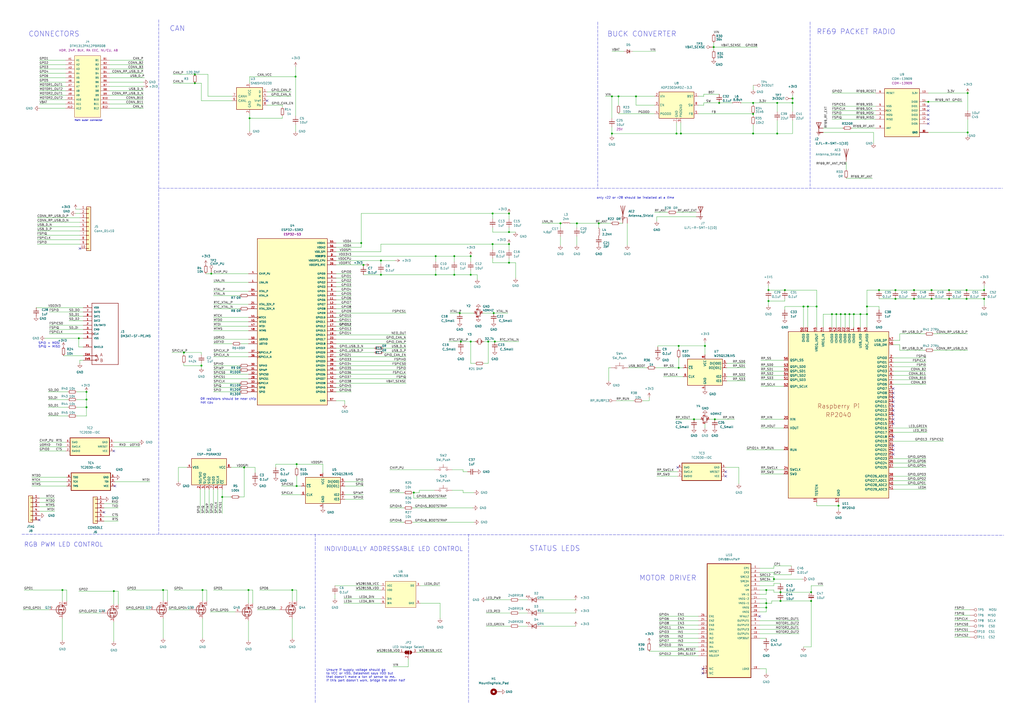
<source format=kicad_sch>
(kicad_sch (version 20211123) (generator eeschema)
  (paper "A2")
  (junction (at 393.7 213.36))
  (junction (at 448.945 335.915))
  (junction (at 561.34 53.975))
  (junction (at 50.165 227.33))
  (junction (at 436.88 59.69))
  (junction (at 452.755 343.535))
  (junction (at 470.535 348.615))
  (junction (at 171.45 44.45))
  (junction (at 267.335 198.12))
  (junction (at 499.11 182.245))
  (junction (at 144.78 68.58))
  (junction (at 490.22 182.245))
  (junction (at 354.965 77.47))
  (junction (at 459.74 57.15))
  (junction (at 473.71 177.8))
  (junction (at 106.68 204.47))
  (junction (at 444.5 349.885))
  (junction (at 444.5 342.265))
  (junction (at 122.555 158.75))
  (junction (at 113.03 48.26))
  (junction (at 444.5 352.425))
  (junction (at 570.865 173.355))
  (junction (at 286.385 181.61))
  (junction (at 519.43 173.355))
  (junction (at 252.73 148.59))
  (junction (at 450.85 59.69))
  (junction (at 502.92 182.245))
  (junction (at 285.75 123.825))
  (junction (at 117.475 342.265))
  (junction (at 273.05 159.385))
  (junction (at 436.88 77.47))
  (junction (at 263.525 148.59))
  (junction (at 530.225 168.275))
  (junction (at 487.68 182.245))
  (junction (at 408.94 200.66))
  (junction (at 561.34 76.835))
  (junction (at 459.74 59.69))
  (junction (at 502.92 177.8))
  (junction (at 144.145 342.265))
  (junction (at 252.73 159.385))
  (junction (at 128.905 288.29))
  (junction (at 36.195 342.265))
  (junction (at 455.295 168.275))
  (junction (at 50.165 231.775))
  (junction (at 50.165 236.22))
  (junction (at 263.525 159.385))
  (junction (at 354.965 55.88))
  (junction (at 414.655 243.205))
  (junction (at 368.935 55.88))
  (junction (at 530.225 173.355))
  (junction (at 466.09 177.8))
  (junction (at 287.02 198.12))
  (junction (at 538.48 59.055))
  (junction (at 452.755 348.615))
  (junction (at 334.645 129.54))
  (junction (at 169.545 342.265))
  (junction (at 295.275 134.62))
  (junction (at 570.865 168.275))
  (junction (at 66.04 342.9))
  (junction (at 393.7 200.66))
  (junction (at 295.275 152.4))
  (junction (at 266.7 181.61))
  (junction (at 220.98 151.13))
  (junction (at 358.775 55.88))
  (junction (at 540.385 173.355))
  (junction (at 172.085 269.24))
  (junction (at 550.545 173.355))
  (junction (at 347.345 129.54))
  (junction (at 445.77 174.625))
  (junction (at 94.615 342.265))
  (junction (at 394.97 77.47))
  (junction (at 285.75 141.605))
  (junction (at 209.55 140.97))
  (junction (at 509.905 168.275))
  (junction (at 210.82 153.67))
  (junction (at 273.05 148.59))
  (junction (at 495.3 182.245))
  (junction (at 436.88 66.04))
  (junction (at 220.98 159.385))
  (junction (at 550.545 168.275))
  (junction (at 485.14 182.245))
  (junction (at 113.03 43.18))
  (junction (at 560.705 168.275))
  (junction (at 540.385 168.275))
  (junction (at 295.275 141.605))
  (junction (at 519.43 168.275))
  (junction (at 482.6 182.245))
  (junction (at 45.72 196.215))
  (junction (at 468.63 177.8))
  (junction (at 486.41 293.37))
  (junction (at 283.21 198.12))
  (junction (at 445.77 168.275))
  (junction (at 172.085 281.94))
  (junction (at 402.59 243.205))
  (junction (at 392.43 77.47))
  (junction (at 470.535 343.535))
  (junction (at 141.605 271.145))
  (junction (at 417.195 59.69))
  (junction (at 325.12 129.54))
  (junction (at 273.05 198.12))
  (junction (at 295.275 123.825))
  (junction (at 240.03 285.75))
  (junction (at 450.85 77.47))
  (junction (at 116.84 212.09))
  (junction (at 414.02 27.305))
  (junction (at 560.705 173.355))
  (junction (at 492.76 182.245))
  (no_connect (at 538.48 71.755))
  (no_connect (at 518.16 245.745))
  (no_connect (at 538.48 69.215))
  (no_connect (at 393.065 271.145))
  (no_connect (at 538.48 66.675))
  (no_connect (at 518.16 263.525))
  (no_connect (at 60.325 297.18))
  (no_connect (at 22.86 301.625))
  (no_connect (at 518.16 243.205))
  (no_connect (at 421.005 273.685))
  (no_connect (at 518.16 253.365))
  (no_connect (at 518.16 238.125))
  (no_connect (at 154.94 58.42))
  (no_connect (at 518.16 233.045))
  (no_connect (at 518.16 225.425))
  (no_connect (at 518.16 227.965))
  (no_connect (at 518.16 230.505))
  (no_connect (at 66.04 261.62))
  (no_connect (at 518.16 260.985))
  (no_connect (at 538.48 64.135))
  (no_connect (at 421.005 276.225))
  (no_connect (at 518.16 258.445))
  (no_connect (at 538.48 61.595))
  (no_connect (at 518.16 240.665))
  (no_connect (at 518.16 235.585))
  (no_connect (at 407.67 390.525))
  (no_connect (at 440.69 357.505))
  (no_connect (at 66.675 281.94))
  (no_connect (at 407.67 387.985))
  (no_connect (at 46.355 144.145))
  (wire (pts (xy 414.02 27.305) (xy 439.42 27.305)))
  (wire (pts (xy 22.86 60.325) (xy 38.1 60.325)))
  (wire (pts (xy 381.635 201.295) (xy 381.635 200.66)))
  (wire (pts (xy 46.355 210.82) (xy 46.355 208.915)))
  (wire (pts (xy 436.88 77.47) (xy 436.88 72.39)))
  (wire (pts (xy 448.945 337.185) (xy 440.69 337.185)))
  (wire (pts (xy 561.34 64.135) (xy 561.34 53.975)))
  (wire (pts (xy 334.01 363.22) (xy 313.69 363.22)))
  (wire (pts (xy 22.86 261.62) (xy 38.1 261.62)))
  (wire (pts (xy 325.12 129.54) (xy 325.12 132.08)))
  (wire (pts (xy 518.16 207.645) (xy 537.21 207.645)))
  (wire (pts (xy 97.155 342.265) (xy 97.155 348.615)))
  (wire (pts (xy 106.68 210.82) (xy 106.68 212.09)))
  (wire (pts (xy 121.285 283.845) (xy 121.285 297.815)))
  (wire (pts (xy 414.655 243.205) (xy 426.085 243.205)))
  (polyline (pts (xy 92.075 109.22) (xy 581.66 109.22)))
  (wire (pts (xy 172.085 269.24) (xy 187.325 269.24)))
  (wire (pts (xy 194.945 227.33) (xy 203.835 227.33)))
  (wire (pts (xy 63.5 62.865) (xy 83.185 62.865)))
  (wire (pts (xy 194.945 153.67) (xy 210.82 153.67)))
  (wire (pts (xy 194.945 146.05) (xy 220.98 146.05)))
  (wire (pts (xy 440.69 332.105) (xy 448.945 332.105)))
  (wire (pts (xy 21.59 139.065) (xy 46.355 139.065)))
  (wire (pts (xy 382.27 380.365) (xy 405.13 380.365)))
  (wire (pts (xy 113.03 43.18) (xy 120.65 43.18)))
  (wire (pts (xy 113.03 48.26) (xy 100.33 48.26)))
  (wire (pts (xy 459.74 59.69) (xy 459.74 64.77)))
  (wire (pts (xy 28.575 193.675) (xy 48.26 193.675)))
  (wire (pts (xy 441.325 217.805) (xy 454.66 217.805)))
  (wire (pts (xy 121.92 354.965) (xy 136.525 354.965)))
  (wire (pts (xy 240.03 285.75) (xy 243.205 285.75)))
  (wire (pts (xy 300.99 363.22) (xy 306.07 363.22)))
  (wire (pts (xy 18.415 279.4) (xy 38.735 279.4)))
  (wire (pts (xy 123.825 176.53) (xy 144.145 176.53)))
  (wire (pts (xy 382.27 372.745) (xy 405.13 372.745)))
  (wire (pts (xy 441.325 224.155) (xy 454.66 224.155)))
  (wire (pts (xy 473.71 291.465) (xy 473.71 293.37)))
  (wire (pts (xy 368.935 60.96) (xy 368.935 55.88)))
  (wire (pts (xy 268.605 284.48) (xy 268.605 285.75)))
  (wire (pts (xy 139.7 199.39) (xy 144.145 199.39)))
  (wire (pts (xy 126.365 283.845) (xy 126.365 297.815)))
  (wire (pts (xy 381 276.225) (xy 393.065 276.225)))
  (wire (pts (xy 440.69 387.985) (xy 444.5 387.985)))
  (wire (pts (xy 86.995 279.4) (xy 66.675 279.4)))
  (wire (pts (xy 144.78 44.45) (xy 144.78 48.26)))
  (wire (pts (xy 220.98 151.13) (xy 220.98 153.035)))
  (polyline (pts (xy 271.78 309.88) (xy 271.78 407.67)))
  (wire (pts (xy 381 125.73) (xy 403.86 125.73)))
  (wire (pts (xy 220.98 158.115) (xy 220.98 159.385)))
  (wire (pts (xy 495.3 182.245) (xy 499.11 182.245)))
  (wire (pts (xy 436.88 77.47) (xy 450.85 77.47)))
  (wire (pts (xy 200.025 279.4) (xy 210.82 279.4)))
  (wire (pts (xy 44.45 241.3) (xy 50.165 241.3)))
  (wire (pts (xy 482.6 64.135) (xy 508 64.135)))
  (wire (pts (xy 123.825 163.83) (xy 144.145 163.83)))
  (wire (pts (xy 50.165 241.3) (xy 50.165 236.22)))
  (wire (pts (xy 281.94 363.22) (xy 295.91 363.22)))
  (wire (pts (xy 519.43 173.355) (xy 530.225 173.355)))
  (wire (pts (xy 300.99 347.98) (xy 306.07 347.98)))
  (wire (pts (xy 209.55 123.825) (xy 285.75 123.825)))
  (wire (pts (xy 408.305 55.88) (xy 408.305 54.61)))
  (polyline (pts (xy 12.7 309.88) (xy 582.295 310.515)))
  (wire (pts (xy 22.86 294.005) (xy 31.75 294.005)))
  (wire (pts (xy 63.5 55.245) (xy 83.185 55.245)))
  (wire (pts (xy 73.025 353.695) (xy 86.995 353.695)))
  (wire (pts (xy 530.225 173.355) (xy 540.385 173.355)))
  (wire (pts (xy 200.025 234.315) (xy 200.025 232.41)))
  (wire (pts (xy 394.97 77.47) (xy 436.88 77.47)))
  (wire (pts (xy 358.775 55.88) (xy 358.775 60.96)))
  (wire (pts (xy 392.43 71.12) (xy 392.43 77.47)))
  (wire (pts (xy 36.195 342.265) (xy 36.195 348.615)))
  (wire (pts (xy 240.03 288.925) (xy 240.03 285.75)))
  (wire (pts (xy 116.84 213.36) (xy 116.84 212.09)))
  (wire (pts (xy 60.325 294.64) (xy 68.58 294.64)))
  (wire (pts (xy 421.64 218.44) (xy 432.435 218.44)))
  (wire (pts (xy 38.1 55.245) (xy 22.86 55.245)))
  (wire (pts (xy 241.935 378.46) (xy 256.54 378.46)))
  (wire (pts (xy 421.64 210.82) (xy 432.435 210.82)))
  (polyline (pts (xy 346.71 12.7) (xy 346.71 109.22)))
  (wire (pts (xy 123.825 186.69) (xy 144.145 186.69)))
  (wire (pts (xy 490.22 182.245) (xy 492.76 182.245)))
  (wire (pts (xy 518.16 276.225) (xy 537.21 276.225)))
  (wire (pts (xy 553.72 353.695) (xy 562.61 353.695)))
  (wire (pts (xy 63.5 34.925) (xy 83.185 34.925)))
  (wire (pts (xy 60.325 299.72) (xy 68.58 299.72)))
  (wire (pts (xy 351.155 55.88) (xy 354.965 55.88)))
  (wire (pts (xy 194.945 212.09) (xy 235.585 212.09)))
  (wire (pts (xy 118.745 283.845) (xy 118.745 297.815)))
  (wire (pts (xy 123.825 179.07) (xy 139.065 179.07)))
  (wire (pts (xy 285.75 141.605) (xy 285.75 144.78)))
  (wire (pts (xy 123.825 207.01) (xy 144.145 207.01)))
  (wire (pts (xy 36.195 358.775) (xy 36.195 371.475)))
  (wire (pts (xy 160.02 269.24) (xy 172.085 269.24)))
  (wire (pts (xy 160.02 271.145) (xy 160.02 269.24)))
  (wire (pts (xy 314.325 129.54) (xy 325.12 129.54)))
  (wire (pts (xy 210.82 153.67) (xy 211.455 153.67)))
  (wire (pts (xy 210.82 153.67) (xy 210.82 154.305)))
  (wire (pts (xy 295.275 152.4) (xy 285.75 152.4)))
  (wire (pts (xy 393.7 207.645) (xy 393.7 213.36)))
  (wire (pts (xy 448.945 342.265) (xy 448.945 343.535)))
  (wire (pts (xy 117.475 342.265) (xy 100.965 342.265)))
  (wire (pts (xy 313.69 347.98) (xy 334.01 347.98)))
  (wire (pts (xy 334.645 137.16) (xy 334.645 142.24)))
  (wire (pts (xy 116.84 212.09) (xy 116.84 210.82)))
  (wire (pts (xy 66.04 360.68) (xy 66.04 372.11)))
  (wire (pts (xy 38.1 40.005) (xy 22.86 40.005)))
  (wire (pts (xy 50.165 231.775) (xy 50.165 236.22)))
  (wire (pts (xy 300.99 355.6) (xy 306.07 355.6)))
  (wire (pts (xy 38.1 52.705) (xy 22.86 52.705)))
  (wire (pts (xy 273.05 159.385) (xy 273.05 156.845)))
  (wire (pts (xy 509.905 177.8) (xy 509.905 179.705)))
  (wire (pts (xy 561.34 78.74) (xy 561.34 76.835)))
  (wire (pts (xy 295.275 134.62) (xy 295.275 132.08)))
  (wire (pts (xy 22.86 62.865) (xy 38.1 62.865)))
  (wire (pts (xy 353.06 213.36) (xy 354.33 213.36)))
  (wire (pts (xy 441.325 272.415) (xy 454.66 272.415)))
  (wire (pts (xy 194.945 158.75) (xy 203.835 158.75)))
  (wire (pts (xy 21.59 126.365) (xy 46.355 126.365)))
  (wire (pts (xy 490.22 182.245) (xy 490.22 189.865)))
  (wire (pts (xy 194.945 217.17) (xy 235.585 217.17)))
  (wire (pts (xy 94.615 358.775) (xy 94.615 370.205)))
  (wire (pts (xy 123.825 168.91) (xy 144.145 168.91)))
  (wire (pts (xy 433.07 260.985) (xy 454.66 260.985)))
  (wire (pts (xy 38.1 37.465) (xy 22.86 37.465)))
  (wire (pts (xy 45.72 355.6) (xy 58.42 355.6)))
  (wire (pts (xy 194.945 161.29) (xy 203.835 161.29)))
  (wire (pts (xy 477.52 189.865) (xy 477.52 182.245)))
  (wire (pts (xy 194.945 143.51) (xy 209.55 143.51)))
  (wire (pts (xy 459.74 55.245) (xy 459.74 57.15)))
  (wire (pts (xy 502.92 177.8) (xy 509.905 177.8)))
  (wire (pts (xy 220.98 141.605) (xy 285.75 141.605)))
  (wire (pts (xy 106.68 204.47) (xy 116.84 204.47)))
  (wire (pts (xy 518.16 283.845) (xy 537.21 283.845)))
  (wire (pts (xy 518.16 250.825) (xy 537.845 250.825)))
  (wire (pts (xy 295.275 141.605) (xy 295.275 144.78)))
  (wire (pts (xy 21.59 141.605) (xy 46.355 141.605)))
  (wire (pts (xy 502.92 182.245) (xy 502.92 189.865)))
  (wire (pts (xy 490.855 93.98) (xy 490.855 98.425)))
  (wire (pts (xy 226.06 285.75) (xy 234.315 285.75)))
  (wire (pts (xy 287.02 198.12) (xy 283.21 198.12)))
  (wire (pts (xy 120.65 55.88) (xy 134.62 55.88)))
  (wire (pts (xy 38.1 47.625) (xy 22.86 47.625)))
  (wire (pts (xy 450.85 69.85) (xy 450.85 77.47)))
  (wire (pts (xy 99.695 204.47) (xy 106.68 204.47)))
  (wire (pts (xy 141.605 271.145) (xy 147.955 271.145)))
  (wire (pts (xy 486.41 293.37) (xy 486.41 295.91)))
  (wire (pts (xy 63.5 42.545) (xy 83.185 42.545)))
  (wire (pts (xy 448.945 343.535) (xy 452.755 343.535)))
  (wire (pts (xy 408.305 59.69) (xy 417.195 59.69)))
  (wire (pts (xy 499.11 182.245) (xy 502.92 182.245)))
  (wire (pts (xy 275.59 210.82) (xy 273.05 210.82)))
  (wire (pts (xy 445.77 174.625) (xy 445.77 177.165)))
  (wire (pts (xy 123.825 171.45) (xy 139.065 171.45)))
  (wire (pts (xy 128.905 288.29) (xy 128.905 297.815)))
  (wire (pts (xy 354.965 73.66) (xy 354.965 77.47)))
  (wire (pts (xy 354.965 29.845) (xy 361.95 29.845)))
  (wire (pts (xy 448.945 328.295) (xy 459.105 328.295)))
  (wire (pts (xy 440.69 344.805) (xy 444.5 344.805)))
  (wire (pts (xy 382.27 357.505) (xy 405.13 357.505)))
  (wire (pts (xy 477.52 74.295) (xy 488.95 74.295)))
  (wire (pts (xy 334.01 355.6) (xy 313.69 355.6)))
  (wire (pts (xy 440.69 349.885) (xy 444.5 349.885)))
  (wire (pts (xy 194.31 339.725) (xy 220.98 339.725)))
  (wire (pts (xy 144.145 360.045) (xy 144.145 371.475)))
  (wire (pts (xy 382.27 360.045) (xy 405.13 360.045)))
  (wire (pts (xy 280.67 210.82) (xy 283.21 210.82)))
  (wire (pts (xy 123.825 196.85) (xy 144.145 196.85)))
  (wire (pts (xy 561.34 69.215) (xy 561.34 76.835)))
  (wire (pts (xy 286.385 181.61) (xy 280.035 181.61)))
  (wire (pts (xy 46.355 208.915) (xy 48.26 208.915)))
  (wire (pts (xy 368.935 60.96) (xy 379.73 60.96)))
  (wire (pts (xy 440.69 334.645) (xy 448.945 334.645)))
  (wire (pts (xy 353.06 220.98) (xy 353.06 213.36)))
  (wire (pts (xy 168.91 55.88) (xy 154.94 55.88)))
  (wire (pts (xy 537.845 248.285) (xy 518.16 248.285)))
  (wire (pts (xy 519.43 168.275) (xy 530.225 168.275)))
  (wire (pts (xy 358.775 55.88) (xy 368.935 55.88)))
  (wire (pts (xy 68.58 342.9) (xy 68.58 350.52)))
  (wire (pts (xy 452.755 348.615) (xy 470.535 348.615)))
  (wire (pts (xy 123.825 204.47) (xy 144.145 204.47)))
  (wire (pts (xy 382.27 370.205) (xy 405.13 370.205)))
  (wire (pts (xy 518.16 200.025) (xy 521.97 200.025)))
  (wire (pts (xy 421.64 213.36) (xy 432.435 213.36)))
  (wire (pts (xy 38.1 45.085) (xy 22.86 45.085)))
  (wire (pts (xy 541.655 203.2) (xy 561.34 203.2)))
  (wire (pts (xy 27.94 231.775) (xy 39.37 231.775)))
  (wire (pts (xy 123.825 222.25) (xy 139.065 222.25)))
  (wire (pts (xy 436.88 66.04) (xy 436.88 67.31)))
  (wire (pts (xy 482.6 61.595) (xy 508 61.595)))
  (wire (pts (xy 169.545 358.775) (xy 169.545 370.205)))
  (wire (pts (xy 194.945 186.69) (xy 203.835 186.69)))
  (wire (pts (xy 60.325 302.26) (xy 68.58 302.26)))
  (wire (pts (xy 194.945 219.71) (xy 235.585 219.71)))
  (wire (pts (xy 163.83 62.23) (xy 163.83 60.96)))
  (wire (pts (xy 447.675 348.615) (xy 447.675 349.885)))
  (wire (pts (xy 172.085 269.24) (xy 172.085 271.145)))
  (wire (pts (xy 570.865 173.355) (xy 570.865 177.165)))
  (wire (pts (xy 171.45 38.735) (xy 171.45 44.45)))
  (wire (pts (xy 509.905 168.275) (xy 519.43 168.275)))
  (wire (pts (xy 276.86 161.925) (xy 276.86 159.385)))
  (wire (pts (xy 222.25 204.47) (xy 235.585 204.47)))
  (wire (pts (xy 487.68 182.245) (xy 490.22 182.245)))
  (wire (pts (xy 518.16 197.485) (xy 521.97 197.485)))
  (wire (pts (xy 66.04 342.9) (xy 66.04 350.52)))
  (wire (pts (xy 106.68 204.47) (xy 106.68 205.74)))
  (wire (pts (xy 36.83 206.375) (xy 48.26 206.375)))
  (wire (pts (xy 285.75 141.605) (xy 295.275 141.605)))
  (wire (pts (xy 120.65 43.18) (xy 120.65 55.88)))
  (wire (pts (xy 381 128.27) (xy 381 125.73)))
  (wire (pts (xy 466.09 177.8) (xy 468.63 177.8)))
  (wire (pts (xy 194.945 166.37) (xy 203.835 166.37)))
  (wire (pts (xy 502.92 177.8) (xy 502.92 182.245)))
  (wire (pts (xy 210.82 159.385) (xy 220.98 159.385)))
  (wire (pts (xy 144.78 68.58) (xy 163.83 68.58)))
  (wire (pts (xy 123.825 224.79) (xy 139.065 224.79)))
  (wire (pts (xy 21.59 133.985) (xy 46.355 133.985)))
  (wire (pts (xy 163.195 281.94) (xy 172.085 281.94)))
  (wire (pts (xy 429.895 59.69) (xy 436.88 59.69)))
  (wire (pts (xy 447.675 348.615) (xy 452.755 348.615)))
  (wire (pts (xy 263.525 148.59) (xy 263.525 151.765)))
  (wire (pts (xy 440.69 367.665) (xy 463.55 367.665)))
  (wire (pts (xy 421.64 220.98) (xy 432.435 220.98)))
  (wire (pts (xy 147.955 271.145) (xy 147.955 274.32)))
  (wire (pts (xy 414.655 243.205) (xy 411.48 243.205)))
  (wire (pts (xy 428.625 271.145) (xy 421.005 271.145)))
  (wire (pts (xy 66.04 342.9) (xy 68.58 342.9)))
  (wire (pts (xy 21.59 131.445) (xy 46.355 131.445)))
  (wire (pts (xy 553.72 369.57) (xy 562.61 369.57)))
  (wire (pts (xy 168.91 53.34) (xy 154.94 53.34)))
  (wire (pts (xy 283.21 198.12) (xy 280.67 198.12)))
  (wire (pts (xy 518.16 281.305) (xy 537.21 281.305)))
  (wire (pts (xy 194.945 209.55) (xy 235.585 209.55)))
  (wire (pts (xy 13.335 353.695) (xy 28.575 353.695)))
  (wire (pts (xy 116.205 283.845) (xy 116.205 297.815)))
  (wire (pts (xy 444.5 354.965) (xy 444.5 352.425)))
  (wire (pts (xy 560.705 168.275) (xy 570.865 168.275)))
  (wire (pts (xy 28.575 188.595) (xy 48.26 188.595)))
  (wire (pts (xy 393.7 200.66) (xy 393.7 202.565)))
  (wire (pts (xy 382.27 367.665) (xy 405.13 367.665)))
  (wire (pts (xy 518.16 278.765) (xy 537.21 278.765)))
  (wire (pts (xy 482.6 53.975) (xy 508 53.975)))
  (wire (pts (xy 28.575 191.135) (xy 48.26 191.135)))
  (wire (pts (xy 382.27 375.285) (xy 405.13 375.285)))
  (wire (pts (xy 440.69 352.425) (xy 444.5 352.425)))
  (wire (pts (xy 553.72 356.87) (xy 562.61 356.87)))
  (wire (pts (xy 570.865 165.735) (xy 570.865 168.275)))
  (wire (pts (xy 509.905 168.275) (xy 502.92 168.275)))
  (wire (pts (xy 260.985 181.61) (xy 266.7 181.61)))
  (wire (pts (xy 22.86 288.925) (xy 31.75 288.925)))
  (wire (pts (xy 163.83 60.96) (xy 154.94 60.96)))
  (wire (pts (xy 22.86 296.545) (xy 31.75 296.545)))
  (wire (pts (xy 354.965 78.74) (xy 354.965 77.47)))
  (wire (pts (xy 172.085 342.265) (xy 172.085 348.615)))
  (wire (pts (xy 518.16 255.905) (xy 547.37 255.905)))
  (wire (pts (xy 106.68 212.09) (xy 116.84 212.09)))
  (wire (pts (xy 391.795 243.205) (xy 402.59 243.205)))
  (wire (pts (xy 541.655 193.675) (xy 561.34 193.675)))
  (wire (pts (xy 334.645 132.08) (xy 334.645 129.54)))
  (wire (pts (xy 194.945 140.97) (xy 209.55 140.97)))
  (wire (pts (xy 273.05 210.82) (xy 273.05 198.12)))
  (wire (pts (xy 194.945 207.01) (xy 235.585 207.01)))
  (wire (pts (xy 448.945 338.455) (xy 452.755 338.455)))
  (wire (pts (xy 440.69 365.125) (xy 463.55 365.125)))
  (wire (pts (xy 18.415 281.94) (xy 38.735 281.94)))
  (wire (pts (xy 27.94 227.33) (xy 39.37 227.33)))
  (wire (pts (xy 144.145 342.265) (xy 146.685 342.265)))
  (wire (pts (xy 448.945 335.915) (xy 448.945 337.185)))
  (wire (pts (xy 139.065 288.29) (xy 141.605 288.29)))
  (wire (pts (xy 468.63 177.8) (xy 473.71 177.8)))
  (wire (pts (xy 123.825 283.845) (xy 123.825 297.815)))
  (wire (pts (xy 194.945 191.77) (xy 203.835 191.77)))
  (wire (pts (xy 194.945 173.99) (xy 203.835 173.99)))
  (wire (pts (xy 518.16 217.805) (xy 537.21 217.805)))
  (polyline (pts (xy 92.075 11.43) (xy 92.075 309.88)))
  (wire (pts (xy 194.945 194.31) (xy 235.585 194.31)))
  (wire (pts (xy 218.44 378.46) (xy 231.775 378.46)))
  (wire (pts (xy 402.59 243.205) (xy 406.4 243.205)))
  (wire (pts (xy 441.325 220.345) (xy 454.66 220.345)))
  (wire (pts (xy 220.98 141.605) (xy 220.98 146.05)))
  (wire (pts (xy 285.75 123.825) (xy 295.275 123.825)))
  (wire (pts (xy 26.035 196.215) (xy 45.72 196.215)))
  (wire (pts (xy 482.6 66.675) (xy 508 66.675)))
  (polyline (pts (xy 469.9 12.7) (xy 469.9 109.22)))
  (wire (pts (xy 97.79 353.695) (xy 109.855 353.695)))
  (wire (pts (xy 255.27 349.885) (xy 255.27 358.775)))
  (wire (pts (xy 187.325 269.24) (xy 187.325 274.32)))
  (wire (pts (xy 43.815 121.285) (xy 46.355 121.285)))
  (wire (pts (xy 169.545 342.265) (xy 172.085 342.265)))
  (wire (pts (xy 63.5 57.785) (xy 83.185 57.785)))
  (wire (pts (xy 379.73 123.19) (xy 387.35 123.19)))
  (wire (pts (xy 394.97 71.12) (xy 394.97 77.47)))
  (wire (pts (xy 450.85 59.69) (xy 459.74 59.69)))
  (wire (pts (xy 445.77 173.355) (xy 445.77 174.625)))
  (wire (pts (xy 518.16 210.185) (xy 537.21 210.185)))
  (wire (pts (xy 268.605 273.685) (xy 268.605 272.415)))
  (wire (pts (xy 448.945 332.105) (xy 448.945 333.375)))
  (wire (pts (xy 530.225 168.275) (xy 540.385 168.275)))
  (wire (pts (xy 260.35 198.12) (xy 267.335 198.12)))
  (wire (pts (xy 194.945 179.07) (xy 203.835 179.07)))
  (wire (pts (xy 44.45 231.775) (xy 50.165 231.775)))
  (wire (pts (xy 262.255 272.415) (xy 268.605 272.415)))
  (wire (pts (xy 123.825 184.15) (xy 144.145 184.15)))
  (wire (pts (xy 359.41 129.54) (xy 361.315 129.54)))
  (wire (pts (xy 163.195 287.02) (xy 174.625 287.02)))
  (wire (pts (xy 200.025 287.02) (xy 210.82 287.02)))
  (wire (pts (xy 141.605 288.29) (xy 141.605 271.145)))
  (wire (pts (xy 22.86 256.54) (xy 38.1 256.54)))
  (wire (pts (xy 146.685 342.265) (xy 146.685 349.885)))
  (wire (pts (xy 487.68 182.245) (xy 487.68 189.865)))
  (wire (pts (xy 144.145 342.265) (xy 144.145 349.885)))
  (wire (pts (xy 459.74 57.15) (xy 459.74 59.69)))
  (wire (pts (xy 117.475 342.265) (xy 120.015 342.265)))
  (wire (pts (xy 405.13 60.96) (xy 408.305 60.96)))
  (wire (pts (xy 448.945 333.375) (xy 459.105 333.375)))
  (wire (pts (xy 299.085 134.62) (xy 295.275 134.62)))
  (wire (pts (xy 38.735 348.615) (xy 38.735 342.265)))
  (wire (pts (xy 408.94 198.755) (xy 408.94 200.66)))
  (wire (pts (xy 48.26 201.295) (xy 45.72 201.295)))
  (wire (pts (xy 499.11 182.245) (xy 499.11 189.865)))
  (wire (pts (xy 116.84 204.47) (xy 116.84 205.74)))
  (wire (pts (xy 482.6 182.245) (xy 485.14 182.245)))
  (wire (pts (xy 194.945 148.59) (xy 252.73 148.59)))
  (wire (pts (xy 492.76 182.245) (xy 492.76 189.865)))
  (wire (pts (xy 194.945 201.93) (xy 217.17 201.93)))
  (wire (pts (xy 209.55 123.825) (xy 209.55 140.97)))
  (wire (pts (xy 103.505 279.4) (xy 103.505 271.145)))
  (wire (pts (xy 444.5 390.525) (xy 444.5 387.985)))
  (wire (pts (xy 393.7 200.66) (xy 408.94 200.66)))
  (wire (pts (xy 518.16 266.065) (xy 537.21 266.065)))
  (wire (pts (xy 506.73 83.185) (xy 506.73 76.835)))
  (wire (pts (xy 452.755 343.535) (xy 470.535 343.535)))
  (wire (pts (xy 119.38 158.75) (xy 122.555 158.75)))
  (wire (pts (xy 63.5 50.165) (xy 83.185 50.165)))
  (wire (pts (xy 239.395 302.895) (xy 274.955 302.895)))
  (wire (pts (xy 354.965 55.88) (xy 358.775 55.88)))
  (wire (pts (xy 220.98 151.13) (xy 229.235 151.13)))
  (wire (pts (xy 367.03 29.845) (xy 380.365 29.845)))
  (wire (pts (xy 194.945 204.47) (xy 217.17 204.47)))
  (wire (pts (xy 485.14 182.245) (xy 485.14 189.865)))
  (wire (pts (xy 21.59 136.525) (xy 46.355 136.525)))
  (wire (pts (xy 538.48 76.835) (xy 561.34 76.835)))
  (wire (pts (xy 295.275 123.825) (xy 295.275 127)))
  (wire (pts (xy 376.555 230.505) (xy 376.555 232.41)))
  (wire (pts (xy 194.945 189.23) (xy 203.835 189.23)))
  (wire (pts (xy 171.45 44.45) (xy 144.78 44.45)))
  (wire (pts (xy 414.02 29.21) (xy 414.02 27.305)))
  (wire (pts (xy 240.03 288.925) (xy 259.08 288.925)))
  (wire (pts (xy 199.39 347.345) (xy 220.98 347.345)))
  (wire (pts (xy 347.345 129.54) (xy 334.645 129.54)))
  (wire (pts (xy 120.015 342.265) (xy 120.015 348.615)))
  (wire (pts (xy 459.74 69.85) (xy 459.74 77.47)))
  (wire (pts (xy 428.625 280.67) (xy 428.625 271.145)))
  (wire (pts (xy 27.94 236.22) (xy 39.37 236.22)))
  (wire (pts (xy 66.04 259.08) (xy 81.28 259.08)))
  (wire (pts (xy 144.78 68.58) (xy 144.78 76.2)))
  (wire (pts (xy 553.72 360.045) (xy 562.61 360.045)))
  (wire (pts (xy 518.16 215.265) (xy 537.21 215.265)))
  (wire (pts (xy 473.71 189.865) (xy 473.71 177.8)))
  (wire (pts (xy 295.275 134.62) (xy 285.75 134.62)))
  (wire (pts (xy 243.84 339.725) (xy 255.27 339.725)))
  (wire (pts (xy 492.76 182.245) (xy 495.3 182.245)))
  (wire (pts (xy 440.69 362.585) (xy 463.55 362.585)))
  (wire (pts (xy 44.45 227.33) (xy 50.165 227.33)))
  (wire (pts (xy 405.13 66.04) (xy 436.88 66.04)))
  (wire (pts (xy 441.325 208.915) (xy 454.66 208.915)))
  (wire (pts (xy 540.385 173.355) (xy 550.545 173.355)))
  (wire (pts (xy 45.72 201.295) (xy 45.72 196.215)))
  (wire (pts (xy 393.7 213.36) (xy 396.24 213.36)))
  (wire (pts (xy 440.69 329.565) (xy 448.945 329.565)))
  (wire (pts (xy 445.77 174.625) (xy 455.295 174.625)))
  (wire (pts (xy 22.86 57.785) (xy 38.1 57.785)))
  (wire (pts (xy 485.14 182.245) (xy 487.68 182.245)))
  (wire (pts (xy 295.275 152.4) (xy 295.275 149.86)))
  (wire (pts (xy 441.325 212.725) (xy 454.66 212.725)))
  (wire (pts (xy 444.5 349.885) (xy 444.5 352.425)))
  (wire (pts (xy 357.505 232.41) (xy 367.665 232.41)))
  (wire (pts (xy 364.49 213.36) (xy 375.285 213.36)))
  (wire (pts (xy 540.385 168.275) (xy 550.545 168.275)))
  (wire (pts (xy 117.475 342.265) (xy 117.475 348.615)))
  (wire (pts (xy 518.16 271.145) (xy 537.21 271.145)))
  (wire (pts (xy 468.63 177.8) (xy 468.63 189.865)))
  (wire (pts (xy 455.295 174.625) (xy 455.295 173.355)))
  (wire (pts (xy 470.535 339.725) (xy 470.535 343.535)))
  (wire (pts (xy 408.94 200.66) (xy 408.94 205.74)))
  (wire (pts (xy 325.12 137.16) (xy 325.12 142.24)))
  (wire (pts (xy 477.52 182.245) (xy 482.6 182.245)))
  (wire (pts (xy 285.75 132.08) (xy 285.75 134.62)))
  (wire (pts (xy 227.965 386.715) (xy 236.855 386.715)))
  (wire (pts (xy 448.945 334.645) (xy 448.945 335.915)))
  (wire (pts (xy 518.16 220.345) (xy 537.21 220.345)))
  (wire (pts (xy 133.985 271.145) (xy 141.605 271.145)))
  (wire (pts (xy 43.815 123.825) (xy 46.355 123.825)))
  (wire (pts (xy 194.945 168.91) (xy 203.835 168.91)))
  (wire (pts (xy 521.97 200.025) (xy 521.97 203.2)))
  (wire (pts (xy 239.395 294.64) (xy 274.32 294.64)))
  (wire (pts (xy 273.05 159.385) (xy 263.525 159.385)))
  (wire (pts (xy 550.545 173.355) (xy 560.705 173.355)))
  (wire (pts (xy 444.5 344.805) (xy 444.5 342.265)))
  (wire (pts (xy 128.905 283.845) (xy 128.905 288.29)))
  (wire (pts (xy 299.085 152.4) (xy 295.275 152.4)))
  (wire (pts (xy 368.935 55.88) (xy 379.73 55.88)))
  (wire (pts (xy 252.73 148.59) (xy 263.525 148.59)))
  (wire (pts (xy 444.5 342.265) (xy 448.945 342.265)))
  (wire (pts (xy 441.325 215.265) (xy 454.66 215.265)))
  (wire (pts (xy 448.945 329.565) (xy 448.945 328.295)))
  (wire (pts (xy 486.41 291.465) (xy 486.41 293.37)))
  (wire (pts (xy 466.09 177.8) (xy 466.09 189.865)))
  (wire (pts (xy 144.78 66.04) (xy 144.78 68.58)))
  (wire (pts (xy 144.145 342.265) (xy 123.825 342.265)))
  (wire (pts (xy 123.825 214.63) (xy 139.065 214.63)))
  (wire (pts (xy 116.84 58.42) (xy 134.62 58.42)))
  (wire (pts (xy 123.825 199.39) (xy 134.62 199.39)))
  (wire (pts (xy 448.945 335.915) (xy 465.455 335.915)))
  (wire (pts (xy 20.955 178.435) (xy 48.26 178.435)))
  (wire (pts (xy 263.525 148.59) (xy 273.05 148.59)))
  (wire (pts (xy 117.475 358.775) (xy 117.475 370.205)))
  (wire (pts (xy 100.33 43.18) (xy 113.03 43.18)))
  (wire (pts (xy 200.025 232.41) (xy 194.945 232.41)))
  (wire (pts (xy 149.225 353.695) (xy 161.925 353.695)))
  (wire (pts (xy 123.825 189.23) (xy 144.145 189.23)))
  (wire (pts (xy 417.195 59.69) (xy 424.815 59.69)))
  (wire (pts (xy 354.965 55.88) (xy 354.965 68.58)))
  (wire (pts (xy 283.21 210.82) (xy 283.21 198.12)))
  (wire (pts (xy 470.535 375.285) (xy 466.09 375.285)))
  (wire (pts (xy 163.83 68.58) (xy 163.83 67.31)))
  (wire (pts (xy 172.085 276.225) (xy 172.085 281.94)))
  (wire (pts (xy 28.575 180.975) (xy 48.26 180.975)))
  (wire (pts (xy 538.48 53.975) (xy 561.34 53.975)))
  (wire (pts (xy 436.88 59.69) (xy 450.85 59.69)))
  (wire (pts (xy 521.97 193.675) (xy 536.575 193.675)))
  (wire (pts (xy 405.13 55.88) (xy 408.305 55.88)))
  (wire (pts (xy 60.325 292.1) (xy 68.58 292.1)))
  (wire (pts (xy 354.965 77.47) (xy 392.43 77.47)))
  (wire (pts (xy 285.75 123.825) (xy 285.75 127)))
  (wire (pts (xy 535.94 59.055) (xy 538.48 59.055)))
  (wire (pts (xy 236.855 386.715) (xy 236.855 382.27)))
  (wire (pts (xy 171.45 72.39) (xy 171.45 76.2)))
  (wire (pts (xy 123.825 217.17) (xy 144.145 217.17)))
  (wire (pts (xy 38.735 342.265) (xy 36.195 342.265)))
  (wire (pts (xy 116.84 48.26) (xy 113.03 48.26)))
  (wire (pts (xy 94.615 342.265) (xy 73.66 342.265)))
  (wire (pts (xy 506.095 103.505) (xy 490.855 103.505)))
  (wire (pts (xy 440.69 360.045) (xy 463.55 360.045)))
  (wire (pts (xy 50.165 227.33) (xy 50.165 231.775)))
  (wire (pts (xy 494.03 74.295) (xy 508 74.295)))
  (wire (pts (xy 194.945 184.15) (xy 203.835 184.15)))
  (wire (pts (xy 392.43 77.47) (xy 394.97 77.47)))
  (wire (pts (xy 381 273.685) (xy 393.065 273.685)))
  (wire (pts (xy 122.555 158.75) (xy 144.145 158.75)))
  (wire (pts (xy 384.81 218.44) (xy 396.24 218.44)))
  (wire (pts (xy 252.73 148.59) (xy 252.73 151.765)))
  (wire (pts (xy 521.97 203.2) (xy 536.575 203.2)))
  (wire (pts (xy 273.05 198.12) (xy 275.59 198.12)))
  (wire (pts (xy 123.825 212.09) (xy 139.065 212.09)))
  (wire (pts (xy 408.94 248.285) (xy 408.94 245.745)))
  (wire (pts (xy 222.25 201.93) (xy 235.585 201.93)))
  (wire (pts (xy 22.86 259.08) (xy 38.1 259.08)))
  (wire (pts (xy 172.085 281.94) (xy 174.625 281.94)))
  (wire (pts (xy 521.97 197.485) (xy 521.97 193.675)))
  (wire (pts (xy 473.71 177.8) (xy 473.71 168.275)))
  (wire (pts (xy 226.06 302.895) (xy 234.315 302.895)))
  (wire (pts (xy 243.84 349.885) (xy 255.27 349.885)))
  (wire (pts (xy 194.945 199.39) (xy 235.585 199.39)))
  (wire (pts (xy 122.555 158.115) (xy 122.555 158.75)))
  (wire (pts (xy 194.945 151.13) (xy 220.98 151.13)))
  (polyline (pts (xy 182.88 309.88) (xy 182.88 407.67)))
  (wire (pts (xy 36.195 342.265) (xy 13.97 342.265)))
  (wire (pts (xy 408.305 54.61) (xy 417.195 54.61)))
  (wire (pts (xy 518.16 268.605) (xy 537.21 268.605)))
  (wire (pts (xy 103.505 271.145) (xy 108.585 271.145)))
  (wire (pts (xy 38.1 34.925) (xy 22.86 34.925)))
  (wire (pts (xy 209.55 143.51) (xy 209.55 140.97)))
  (wire (pts (xy 382.27 362.585) (xy 405.13 362.585)))
  (wire (pts (xy 40.005 183.515) (xy 48.26 183.515)))
  (wire (pts (xy 285.75 149.86) (xy 285.75 152.4)))
  (wire (pts (xy 63.5 37.465) (xy 83.185 37.465)))
  (wire (pts (xy 376.555 377.825) (xy 405.13 377.825)))
  (wire (pts (xy 123.825 227.33) (xy 139.065 227.33)))
  (wire (pts (xy 553.72 366.395) (xy 562.61 366.395)))
  (wire (pts (xy 440.69 339.725) (xy 448.945 339.725)))
  (wire (pts (xy 206.375 342.265) (xy 220.98 342.265)))
  (wire (pts (xy 194.945 163.83) (xy 203.835 163.83)))
  (wire (pts (xy 66.04 256.54) (xy 80.645 256.54)))
  (wire (pts (xy 263.525 156.845) (xy 263.525 159.385)))
  (wire (pts (xy 239.395 285.75) (xy 240.03 285.75)))
  (wire (pts (xy 445.77 165.735) (xy 445.77 168.275)))
  (wire (pts (xy 200.025 281.94) (xy 210.82 281.94)))
  (wire (pts (xy 194.945 214.63) (xy 235.585 214.63)))
  (wire (pts (xy 482.6 182.245) (xy 482.6 189.865)))
  (wire (pts (xy 63.5 40.005) (xy 83.185 40.005)))
  (wire (pts (xy 128.905 288.29) (xy 133.985 288.29)))
  (wire (pts (xy 448.945 339.725) (xy 448.945 338.455)))
  (wire (pts (xy 509.905 173.355) (xy 519.43 173.355)))
  (wire (pts (xy 123.825 219.71) (xy 144.145 219.71)))
  (wire (pts (xy 199.39 349.885) (xy 220.98 349.885)))
  (wire (pts (xy 171.45 67.31) (xy 171.45 44.45)))
  (wire (pts (xy 194.31 344.805) (xy 194.31 347.345)))
  (wire (pts (xy 63.5 60.325) (xy 83.185 60.325)))
  (wire (pts (xy 243.205 284.48) (xy 252.095 284.48)))
  (wire (pts (xy 334.645 129.54) (xy 330.835 129.54)))
  (wire (pts (xy 325.12 129.54) (xy 325.755 129.54)))
  (wire (pts (xy 518.16 222.885) (xy 537.21 222.885)))
  (wire (pts (xy 553.72 363.22) (xy 562.61 363.22)))
  (wire (pts (xy 502.92 168.275) (xy 502.92 177.8)))
  (wire (pts (xy 444.5 347.345) (xy 444.5 349.885)))
  (wire (pts (xy 27.94 241.3) (xy 39.37 241.3)))
  (wire (pts (xy 455.295 177.8) (xy 466.09 177.8)))
  (wire (pts (xy 44.45 236.22) (xy 50.165 236.22)))
  (wire (pts (xy 45.72 196.215) (xy 48.26 196.215)))
  (wire (pts (xy 123.825 191.77) (xy 144.145 191.77)))
  (wire (pts (xy 226.06 272.415) (xy 252.095 272.415)))
  (wire (pts (xy 267.335 198.12) (xy 273.05 198.12)))
  (wire (pts (xy 194.945 224.79) (xy 203.835 224.79)))
  (wire (pts (xy 38.1 50.165) (xy 22.86 50.165)))
  (wire (pts (xy 455.295 179.705) (xy 455.295 177.8)))
  (wire (pts (xy 63.5 47.625) (xy 83.185 47.625)))
  (wire (pts (xy 286.385 181.61) (xy 294.64 181.61)))
  (wire (pts (xy 455.295 168.275) (xy 445.77 168.275)))
  (wire (pts (xy 381.635 200.66) (xy 393.7 200.66)))
  (wire (pts (xy 299.085 161.29) (xy 299.085 152.4)))
  (wire (pts (xy 347.345 129.54) (xy 354.33 129.54)))
  (wire (pts (xy 268.605 285.75) (xy 274.955 285.75)))
  (wire (pts (xy 262.255 284.48) (xy 268.605 284.48)))
  (wire (pts (xy 281.94 355.6) (xy 295.91 355.6)))
  (wire (pts (xy 440.69 342.265) (xy 444.5 342.265)))
  (wire (pts (xy 358.775 66.04) (xy 379.73 66.04)))
  (wire (pts (xy 538.48 59.055) (xy 558.165 59.055)))
  (wire (pts (xy 473.71 168.275) (xy 455.295 168.275)))
  (wire (pts (xy 220.98 159.385) (xy 252.73 159.385)))
  (wire (pts (xy 495.3 182.245) (xy 495.3 189.865)))
  (wire (pts (xy 243.205 285.75) (xy 243.205 284.48)))
  (wire (pts (xy 403.86 123.19) (xy 392.43 123.19)))
  (wire (pts (xy 470.535 348.615) (xy 470.535 375.285)))
  (wire (pts (xy 440.69 370.205) (xy 444.5 370.205)))
  (wire (pts (xy 252.73 156.845) (xy 252.73 159.385)))
  (wire (pts (xy 287.02 198.12) (xy 300.99 198.12)))
  (wire (pts (xy 194.945 171.45) (xy 203.835 171.45)))
  (wire (pts (xy 200.025 289.56) (xy 210.82 289.56)))
  (wire (pts (xy 482.6 69.215) (xy 508 69.215)))
  (wire (pts (xy 271.145 273.685) (xy 268.605 273.685)))
  (wire (pts (xy 376.555 232.41) (xy 372.745 232.41)))
  (wire (pts (xy 194.945 181.61) (xy 235.585 181.61)))
  (wire (pts (xy 450.85 59.69) (xy 450.85 64.77)))
  (wire (pts (xy 169.545 342.265) (xy 150.495 342.265)))
  (wire (pts (xy 441.325 248.285) (xy 454.66 248.285)))
  (wire (pts (xy 116.84 58.42) (xy 116.84 48.26)))
  (wire (pts (xy 194.945 196.85) (xy 235.585 196.85)))
  (wire (pts (xy 363.855 129.54) (xy 363.855 142.24)))
  (wire (pts (xy 94.615 342.265) (xy 94.615 348.615)))
  (wire (pts (xy 263.525 159.385) (xy 252.73 159.385)))
  (wire (pts (xy 273.05 148.59) (xy 273.05 151.765)))
  (wire (pts (xy 22.86 291.465) (xy 31.75 291.465)))
  (wire (pts (xy 380.365 213.36) (xy 393.7 213.36)))
  (wire (pts (xy 18.415 276.86) (xy 38.735 276.86)))
  (wire (pts (xy 226.06 294.64) (xy 234.315 294.64)))
  (wire (pts (xy 94.615 342.265) (xy 97.155 342.265)))
  (wire (pts (xy 441.325 243.205) (xy 454.66 243.205)))
  (wire (pts (xy 40.005 186.055) (xy 48.26 186.055)))
  (wire (pts (xy 194.945 222.25) (xy 235.585 222.25)))
  (wire (pts (xy 169.545 348.615) (xy 169.545 342.265)))
  (wire (pts (xy 276.86 159.385) (xy 273.05 159.385)))
  (wire (pts (xy 63.5 45.085) (xy 83.82 45.085)))
  (wire (pts (xy 266.7 181.61) (xy 274.955 181.61)))
  (wire (pts (xy 560.705 173.355) (xy 570.865 173.355)))
  (wire (pts (xy 414.02 27.305) (xy 414.02 24.765)))
  (wire (pts (xy 66.04 342.9) (xy 45.72 342.9)))
  (wire (pts (xy 441.325 274.955) (xy 454.66 274.955)))
  (wire (pts (xy 408.305 60.96) (xy 408.305 59.69)))
  (wire (pts (xy 436.88 49.53) (xy 436.88 52.07)))
  (wire (pts (xy 506.73 76.835) (xy 477.52 76.835)))
  (wire (pts (xy 459.74 77.47) (xy 450.85 77.47)))
  (wire (pts (xy 63.5 52.705) (xy 83.185 52.705)))
  (wire (pts (xy 194.945 176.53) (xy 203.835 176.53)))
  (wire (pts (xy 440.69 347.345) (xy 444.5 347.345)))
  (wire (pts (xy 473.71 293.37) (xy 486.41 293.37)))
  (wire (pts (xy 281.94 347.98) (xy 295.91 347.98)))
  (wire (pts (xy 440.69 354.965) (xy 444.5 354.965)))
  (wire (pts (xy 436.88 59.69) (xy 436.88 60.96)))
  (wire (pts (xy 38.1 42.545) (xy 22.86 42.545)))
  (wire (pts (xy 550.545 168.275) (xy 560.705 168.275)))
  (wire (pts (xy 444.5 349.885) (xy 447.675 349.885)))
  (wire (pts (xy 21.59 128.905) (xy 46.355 128.905)))
  (wire (pts (xy 477.52 339.725) (xy 470.535 339.725)))
  (wire (pts (xy 382.27 365.125) (xy 405.13 365.125)))
  (wire (pts (xy 347.345 132.08) (xy 347.345 129.54)))
  (wire (pts (xy 518.16 212.725) (xy 537.21 212.725)))
  (text "Unsure if supply voltage should go \nto VCC or VDD. Datasheet says VDD but\nthat doesn't make a ton of sense to me.\nIf this part doesn't work, bridge the other half" (at 189.23 395.605 0) (effects (font (size 1.27 1.27)) (justify left bottom)))
  (text "CAN" (at 107.315 18.415 180) (effects (font (size 3 3)) (justify right bottom)))
  (text "only r22 or r28 should be installed at a time" (at 346.075 115.57 0) (effects (font (size 1.27 1.27)) (justify left bottom)))
  (text "Main outer connector" (at 43.18 70.485 0) (effects (font (size 1 1)) (justify left bottom)))
  (text "INDIVIDUALLY ADDRESSABLE LED CONTROL" (at 187.96 320.04 0) (effects (font (size 2.54 2.54)) (justify left bottom)))
  (text "0R resistors should be near chip\nnot cpu" (at 116.205 234.315 0) (effects (font (size 1.27 1.27)) (justify left bottom)))
  (text "CONNECTORS" (at 16.51 21.59 0) (effects (font (size 3 3)) (justify left bottom)))
  (text "SPID = MOSI\nSPIQ = MISO" (at 22.225 201.93 0) (effects (font (size 1.27 1.27)) (justify left bottom)))
  (text "STATUS LEDS" (at 336.55 320.04 180) (effects (font (size 3 3)) (justify right bottom)))
  (text "BUCK CONVERTER" (at 392.43 21.59 180) (effects (font (size 3 3)) (justify right bottom)))
  (text "MOTOR DRIVER" (at 370.84 337.185 0) (effects (font (size 3 3)) (justify left bottom)))
  (text "RF69 PACKET RADIO" (at 473.71 20.32 0) (effects (font (size 3 3)) (justify left bottom)))
  (text "RGB PWM LED CONTROL" (at 13.97 317.5 0) (effects (font (size 2.54 2.54)) (justify left bottom)))
  (label "GPIO12" (at 203.835 189.23 180))
  (label "GPIO_GPO4" (at 97.79 353.695 0))
  (label "FSPIQ" (at 537.21 207.645 180))
  (label "GPIO35" (at 203.835 214.63 180))
  (label "FSPICS0" (at 235.585 212.09 180))
  (label "RP_RUN" (at 357.505 232.41 0))
  (label "CHIP_PU" (at 22.86 256.54 0))
  (label "CONN_RP_USB_D_N" (at 83.185 55.245 180))
  (label "GPIO10" (at 203.835 184.15 180))
  (label "GPIO_USB_D_P" (at 196.85 204.47 0))
  (label "CONN_B2" (at 83.185 37.465 180))
  (label "GPIO12" (at 382.27 380.365 0))
  (label "U0RXD" (at 123.825 196.85 0))
  (label "RP_SS" (at 384.81 213.36 0))
  (label "RP_XIN" (at 441.325 243.205 0))
  (label "GPIO_GPO5" (at 537.21 266.065 180))
  (label "FSPIQ" (at 21.59 136.525 0))
  (label "GPIO34" (at 203.835 212.09 180))
  (label "RTC_XTAL_N" (at 123.825 179.07 0))
  (label "LEDA" (at 199.39 349.885 0))
  (label "GPIO7" (at 382.27 372.745 0))
  (label "LED_GREEN" (at 281.94 363.22 0))
  (label "FSPIQ" (at 482.6 69.215 0))
  (label "MTCK" (at 31.75 288.925 180))
  (label "MOTOR2_OUT2" (at 22.86 57.785 0))
  (label "GPO3" (at 22.86 40.005 0))
  (label "GPIO_GPO1" (at 537.21 281.305 180))
  (label "GPIO_GPO5" (at 121.92 354.965 0))
  (label "DRV_SLEEP" (at 393.065 380.365 0))
  (label "CP1" (at 448.945 328.295 0))
  (label "GPIO11" (at 203.835 186.69 180))
  (label "CHIP_PU" (at 226.06 272.415 0))
  (label "GPIO37" (at 203.835 219.71 180))
  (label "GPIO_GPO3" (at 73.025 353.695 0))
  (label "GPIO_CAN_P" (at 168.91 53.34 180))
  (label "GPIO33" (at 203.835 209.55 180))
  (label "RP_SWCLK" (at 381 273.685 0))
  (label "SD_DI" (at 27.94 231.775 0))
  (label "LED_GREEN" (at 537.845 248.285 180))
  (label "VIN" (at 380.365 29.845 180))
  (label "TXD" (at 68.58 294.64 180))
  (label "RP_XOUT" (at 441.325 248.285 0))
  (label "SPICS0" (at 123.825 217.17 0))
  (label "SPICLK_N" (at 123.825 207.01 0))
  (label "MOTOR2_OUT1" (at 463.55 365.125 180))
  (label "RP_SWD" (at 441.325 274.955 0))
  (label "LED_RED" (at 281.94 355.6 0))
  (label "MTCK" (at 123.825 184.15 0))
  (label "TXD" (at 32.385 259.08 0))
  (label "SPID" (at 116.205 297.815 90))
  (label "GPIO3" (at 203.835 166.37 180))
  (label "GPIO6" (at 382.27 360.045 0))
  (label "WS2815B_VDD" (at 218.44 378.46 0))
  (label "MTDO" (at 31.75 291.465 180))
  (label "GPIO_CAN_P" (at 235.585 199.39 180))
  (label "GPO2" (at 45.72 342.9 0))
  (label "GPIO38" (at 439.42 27.305 180))
  (label "SPIQ" (at 118.745 297.815 90))
  (label "GPIO38" (at 203.835 222.25 180))
  (label "BST" (at 410.845 54.61 0))
  (label "GPIO5" (at 382.27 370.205 0))
  (label "RTS" (at 68.58 302.26 180))
  (label "CONN_B2" (at 537.21 215.265 180))
  (label "LEDA" (at 199.39 347.345 0))
  (label "FSPID" (at 21.59 141.605 0))
  (label "SPIQ" (at 210.82 281.94 180))
  (label "SPID" (at 123.825 227.33 0))
  (label "VDD3V3" (at 27.94 178.435 0))
  (label "SPICS0" (at 163.195 281.94 0))
  (label "VDDA" (at 203.835 143.51 180))
  (label "CONN_B11" (at 83.185 60.325 180))
  (label "CONN_RP_USB_D_N" (at 21.59 128.905 0))
  (label "FSPID" (at 553.72 353.695 0))
  (label "CONN_B3" (at 537.21 222.885 180))
  (label "GPIO_CAN_EN" (at 235.585 207.01 180))
  (label "NEO_OUT" (at 235.585 194.31 180))
  (label "SPICLK" (at 126.365 297.815 90))
  (label "GPO5" (at 22.86 47.625 0))
  (label "MTCK" (at 18.415 279.4 0))
  (label "GPIO_GPO3" (at 537.21 276.225 180))
  (label "SPID" (at 210.82 279.4 180))
  (label "CAN_N" (at 83.185 62.865 180))
  (label "GPO4" (at 100.965 342.265 0))
  (label "GPO6" (at 150.495 342.265 0))
  (label "GPIO0" (at 22.86 261.62 0))
  (label "RF69_RF_ANT_PCB" (at 490.855 95.885 180))
  (label "CONN_RP_USB_D_P" (at 83.185 42.545 180))
  (label "FSPIQ" (at 28.575 191.135 0))
  (label "GPO1" (at 13.97 342.265 0))
  (label "RP_USB_D_M" (at 523.24 203.2 0))
  (label "CONN_B3" (at 83.185 40.005 180))
  (label "CONN_B10" (at 537.21 220.345 180))
  (label "RTC_XTAL_N" (at 300.99 198.12 180))
  (label "SPICLK_P" (at 99.695 204.47 0))
  (label "IN3" (at 393.065 372.745 0))
  (label "GPIO45_BOOTSTRAP" (at 240.665 294.64 0))
  (label "CONN_RP_USB_D_P" (at 21.59 126.365 0))
  (label "3.3V" (at 444.5 59.69 180))
  (label "GPIO_USB_D_N" (at 196.85 201.93 0))
  (label "DRV_RESET" (at 393.065 377.825 0))
  (label "MTDO" (at 123.825 186.69 0))
  (label "FSPICLK" (at 537.21 210.185 180))
  (label "CHIP_PU" (at 123.825 158.75 0))
  (label "GPIO_CAN_N" (at 168.91 55.88 180))
  (label "GPIO36" (at 203.835 217.17 180))
  (label "GPIO0_BOOTSTRAP" (at 259.08 288.925 180))
  (label "IN4" (at 393.065 375.285 0))
  (label "LED_PWR" (at 281.94 347.98 0))
  (label "CAN_N" (at 100.33 48.26 0))
  (label "SD_D2" (at 27.94 241.3 0))
  (label "SD_D1" (at 40.005 183.515 0))
  (label "GPIO_CAN_N" (at 235.585 196.85 180))
  (label "XTAL_P" (at 260.985 181.61 0))
  (label "SD_D1" (at 27.94 236.22 0))
  (label "CAN_VCC" (at 149.225 44.45 0))
  (label "MTDI" (at 31.75 296.545 180))
  (label "FSPICS0" (at 553.72 363.22 0))
  (label "LEDA" (at 537.21 283.845 180))
  (label "RP_SD0" (at 441.325 212.725 0))
  (label "GPIO_GPO4" (at 537.21 271.145 180))
  (label "LNA_IN" (at 123.825 163.83 0))
  (label "EN1" (at 393.065 357.505 0))
  (label "CP2" (at 448.945 333.375 0))
  (label "GPIO_CAN_EN" (at 157.48 60.96 0))
  (label "EN3" (at 393.065 362.585 0))
  (label "CONN_RP_USB_D_N" (at 561.34 203.2 180))
  (label "LEDA_DIN" (at 208.28 347.345 0))
  (label "RP_USB_D_P" (at 523.24 193.675 0))
  (label "MOTOR2_OUT2" (at 463.55 367.665 180))
  (label "MOTOR2_OUT1" (at 22.86 55.245 0))
  (label "RP_RUN" (at 441.325 260.985 0))
  (label "GPIO45" (at 203.835 224.79 180))
  (label "FSPICS0" (at 28.575 188.595 0))
  (label "IN1" (at 393.065 367.665 0))
  (label "MOTOR1_OUT1" (at 22.86 50.165 0))
  (label "RF_ANT_EXT" (at 393.065 123.19 0))
  (label "VDDSPI" (at 144.145 271.145 180))
  (label "SD_D2" (at 40.005 186.055 0))
  (label "VDD3V3" (at 203.835 148.59 180))
  (label "FSPICS1" (at 553.72 366.395 0))
  (label "SW" (at 409.575 59.69 0))
  (label "RP_SWD" (at 381 276.225 0))
  (label "GPIO1" (at 558.165 59.055 180))
  (label "U0TXD" (at 81.28 259.08 180))
  (label "RP_SS" (at 441.325 208.915 0))
  (label "RP_SD1" (at 441.325 215.265 0))
  (label "RP_SD2" (at 441.325 217.805 0))
  (label "SRC34" (at 440.69 337.185 0))
  (label "FSPID" (at 28.575 180.975 0))
  (label "RP_SCLK" (at 384.81 218.44 0))
  (label "GPIO5" (at 203.835 171.45 180))
  (label "MTDO" (at 18.415 276.86 0))
  (label "SPICLK" (at 163.195 287.02 0))
  (label "RP_SD0" (at 432.435 210.82 180))
  (label "LEDA_BIN" (at 208.28 349.885 0))
  (label "GPIO46" (at 226.06 302.895 0))
  (label "GPIO21" (at 203.835 207.01 180))
  (label "GPIO8" (at 382.27 362.585 0))
  (label "GPIO4" (at 203.835 168.91 180))
  (label "XTAL_N" (at 123.825 171.45 0))
  (label "RF_ANT" (at 352.425 129.54 180))
  (label "GPIO12" (at 203.835 189.23 180))
  (label "RP_SWCLK" (at 441.325 272.415 0))
  (label "GPIO46_BOOTSTRAP" (at 240.665 302.895 0))
  (label "RTC_XTAL_P" (at 123.825 176.53 0))
  (label "MTMS" (at 18.415 281.94 0))
  (label "VBAT_SENSE" (at 429.895 27.305 180))
  (label "GPIO7" (at 203.835 176.53 180))
  (label "GPIO13" (at 203.835 191.77 180))
  (label "FSPICLK" (at 235.585 217.17 180))
  (label "USB_D_N" (at 21.59 131.445 0))
  (label "FSPICLK" (at 21.59 139.065 0))
  (label "GPIO46" (at 203.835 227.33 180))
  (label "GPIO2" (at 203.835 163.83 180))
  (label "GPIO2" (at 482.6 53.975 0))
  (label "GPIO3" (at 382.27 367.665 0))
  (label "CONN_RP_USB_D_P" (at 561.34 193.675 180))
  (label "LEDA_OUT" (at 255.27 339.725 180))
  (label "GPIO_GPO6" (at 149.225 353.695 0))
  (label "WS2815B_VCC" (at 206.375 339.725 0))
  (label "FSPICLK" (at 553.72 360.045 0))
  (label "RXD" (at 73.025 259.08 180))
  (label "USB_D_P" (at 235.585 204.47 180))
  (label "SPIHD" (at 123.825 297.815 90))
  (label "GPIO10" (at 382.27 375.285 0))
  (label "GPIO9" (at 203.835 181.61 180))
  (label "RP_SD1" (at 432.435 213.36 180))
  (label "RTS" (at 32.385 256.54 0))
  (label "FSPID" (at 537.21 212.725 180))
  (label "FSPIQ" (at 553.72 356.87 0))
  (label "VBAT" (at 22.86 60.325 0))
  (label "VDDRTC" (at 203.835 153.67 180))
  (label "RF69_RESET" (at 496.57 53.975 0))
  (label "IN2" (at 393.065 370.205 0))
  (label "FSPIQ" (at 235.585 219.71 180))
  (label "GPIO_GPO1" (at 13.335 353.695 0))
  (label "GPO6" (at 22.86 45.085 0))
  (label "SPIHD" (at 210.82 289.56 180))
  (label "SPIHD" (at 123.825 212.09 0))
  (label "MTDI" (at 123.825 189.23 0))
  (label "CTS" (at 68.58 299.72 180))
  (label "SRC12" (at 440.69 334.645 0))
  (label "GPIO14" (at 203.835 194.31 180))
  (label "CONN_B11" (at 537.21 217.805 180))
  (label "EN4" (at 393.065 365.125 0))
  (label "XTAL_P" (at 123.825 168.91 0))
  (label "VBAT_SENSE" (at 235.585 222.25 180))
  (label "GPIO8" (at 203.835 179.07 180))
  (label "GPO2" (at 22.86 37.465 0))
  (label "SPIWP" (at 121.285 297.815 90))
  (label "SPICLK" (at 123.825 222.25 0))
  (label "XTAL_N" (at 294.64 181.61 180))
  (label "FSPICS1" (at 235.585 181.61 180))
  (label "U0RXD" (at 22.86 259.08 0))
  (label "VBAT" (at 354.965 29.845 0))
  (label "CTS" (at 32.385 261.62 0))
  (label "GPO3" (at 73.66 342.265 0))
  (label "GPO5" (at 123.825 342.265 0))
  (label "VIN" (at 227.965 386.715 0))
  (label "RP_XIN" (at 426.085 243.205 180))
  (label "FSPID" (at 235.585 214.63 180))
  (label "GPIO_GPO2" (at 45.72 355.6 0))
  (label "SPIWP" (at 123.825 214.63 0))
  (label "SPICS1" (at 123.825 219.71 0))
  (label "CAN_P" (at 100.33 43.18 0))
  (label "USB_D_N" (at 235.585 201.93 180))
  (label "MOTOR1_OUT1" (at 463.55 360.045 180))
  (label "RP_SD2" (at 432.435 218.44 180))
  (label "RF69_MISO" (at 496.57 69.215 0))
  (label "3.3V" (at 553.72 53.975 180))
  (label "USB_D_N" (at 83.185 52.705 180))
  (label "CAN_P" (at 83.185 34.925 180))
  (label "SPIQ" (at 123.825 224.79 0))
  (label "LED_RED" (at 537.845 250.825 180))
  (label "PGOOD" (at 370.205 66.04 0))
  (label "MTDI" (at 86.995 279.4 180))
  (label "GPIO_GPO6" (at 537.21 268.605 180))
  (label "FSPICS2" (at 553.72 369.57 0))
  (label "FSPICLK" (at 28.575 193.675 0))
  (label "GPIO_GPO2" (at 537.21 278.765 180))
  (label "GPIO4" (at 382.27 357.505 0))
  (label "FSPICS1" (at 482.6 61.595 0))
  (label "VDDCPU" (at 203.835 151.13 180))
  (label "RF69_RF_ANT" (at 494.665 74.295 0))
  (label "SPICLK_P" (at 123.825 204.47 0))
  (label "RF69_RF_EXT" (at 480.06 74.295 90))
  (label "FSPICS2" (at 547.37 255.905 180))
  (label "GPIO13" (at 537.845 255.905 180))
  (label "RF_ANT" (at 379.73 123.19 0))
  (label "RP_SD3" (at 441.325 220.345 0))
  (label "VIN" (at 414.02 19.685 0))
  (label "WS2815B_VDD" (at 206.375 342.265 0))
  (label "RP_SD3" (at 432.435 220.98 180))
  (label "RF69_INT" (at 551.18 59.055 180))
  (label "SPICS1" (at 128.905 297.815 90))
  (label "GPIO14" (at 433.07 260.985 0))
  (label "GPIO0" (at 226.06 285.75 0))
  (label "VDDA" (at 203.835 140.97 180))
  (label "USB_BOOT" (at 364.49 213.36 0))
  (label "RP_XOUT" (at 391.795 243.205 0))
  (label "GPIO1" (at 203.835 161.29 180))
  (label "VDDSPI" (at 203.835 146.05 180))
  (label "VDDSPI" (at 187.325 269.24 180))
  (label "FB" (at 412.75 66.04 0))
  (label "USB_D_P" (at 83.82 45.085 180))
  (label "RF69_MOSI" (at 496.57 66.675 0))
  (label "USB_D_P" (at 21.59 133.985 0))
  (label "LNA_IN" (at 314.325 129.54 0))
  (label "RF69_RF_ANT" (at 506.095 103.505 180))
  (label "GPIO11" (at 382.27 365.125 0))
  (label "RTC_XTAL_P" (at 260.35 198.12 0))
  (label "GPO1" (at 22.86 34.925 0))
  (label "MTMS" (at 31.75 294.005 180))
  (label "MOTOR1_OUT2" (at 22.86 52.705 0))
  (label "EN2" (at 393.065 360.045 0))
  (label "SPIWP" (at 210.82 287.02 180))
  (label "SD_DO" (at 40.005 180.975 0))
  (label "GPIO45" (at 226.06 294.64 0))
  (label "WS2815B_VCC" (at 256.54 378.46 180))
  (label "RF69_NSS" (at 496.57 61.595 0))
  (label "RP_SCLK" (at 441.325 224.155 0))
  (label "VIN" (at 351.155 55.88 0))
  (label "SD_DI" (at 40.005 191.135 0))
  (label "U0TXD" (at 123.825 199.39 0))
  (label "VIN" (at 477.52 339.725 180))
  (label "FSPICLK" (at 482.6 64.135 0))
  (label "CONN_B10" (at 83.185 57.785 180))
  (label "MTMS" (at 123.825 191.77 0))
  (label "RF69_SCK" (at 496.57 64.135 0))
  (label "SD_DO" (at 27.94 227.33 0))
  (label "FSPID" (at 482.6 66.675 0))
  (label "GPO4" (at 22.86 42.545 0))
  (label "FSPIHD" (at 235.585 209.55 180))
  (label "GPIO0" (at 203.835 158.75 180))
  (label "RXD" (at 68.58 292.1 180))
  (label "MOTOR1_OUT2" (at 463.55 362.585 180))
  (label "GPIO6" (at 203.835 173.99 180))
  (symbol (lib_id "Device:R_Small") (at 356.87 129.54 270) (unit 1)
    (property "Reference" "R22" (at 354.33 127 90))
    (property "Value" "0R" (at 358.775 127 90))
    (property "Footprint" "Resistor_SMD:R_0402_1005Metric" (effects hide))
  )
  (symbol (lib_id "Device:C_Small") (at 455.295 170.815 0) (unit 1)
    (property "Reference" "C31" (at 458.47 169.5512 0) (effects (justify left)))
    (property "Value" "0.1uF" (at 457.2 172.0912 0) (effects (justify left)))
    (property "Footprint" "Capacitor_SMD:C_0402_1005Metric" (effects hide))
  )
  (symbol (lib_id "power:+3V3") (at 334.01 347.98 0) (unit 1)
    (property "Reference" "#PWR034" (effects hide))
    (property "Value" "+3V3" (at 336.55 346.7099 0) (effects (justify left)))
  )
  (symbol (lib_id "power:GND") (at 36.195 371.475 0) (unit 1)
    (property "Reference" "#PWR03" (effects hide))
    (property "Value" "GND" (at 36.195 376.555 0))
  )
  (symbol (lib_id "Device:R_Small") (at 376.555 375.285 0) (mirror y) (unit 1)
    (property "Reference" "R39" (at 374.015 374.015 0) (effects (justify left)))
    (property "Value" "10k" (at 374.015 376.555 0) (effects (justify left)))
    (property "Footprint" "Resistor_SMD:R_0603_1608Metric" (effects hide))
    (property "MPN" "RMCF0603JT10K0" (effects hide))
    (property "DESCRIPTION" "RES 10K OHM 5% 1/10W 0603" (effects hide))
  )
  (symbol (lib_id "power:GND") (at 466.09 375.285 0) (unit 1)
    (property "Reference" "#PWR070" (effects hide))
    (property "Value" "GND" (at 466.09 380.365 0))
  )
  (symbol (lib_id "Device:R_Small") (at 236.855 302.895 90) (unit 1)
    (property "Reference" "R27" (at 236.855 297.18 90))
    (property "Value" "10k" (at 236.855 299.72 90))
    (property "Footprint" "Resistor_SMD:R_0402_1005Metric" (effects hide))
  )
  (symbol (lib_id "power:GND") (at 274.955 285.75 90) (unit 1)
    (property "Reference" "#PWR053" (effects hide))
    (property "Value" "GND" (at 278.765 285.7499 90) (effects (justify right)))
  )
  (symbol (lib_id "Device:R_Small") (at 539.115 193.675 270) (unit 1)
    (property "Reference" "R41" (at 537.21 191.135 90))
    (property "Value" "27R4" (at 542.29 191.135 90))
    (property "Footprint" "Resistor_SMD:R_0402_1005Metric" (effects hide))
  )
  (symbol (lib_id "power:GND") (at 445.77 177.165 0) (unit 1)
    (property "Reference" "#PWR0116" (effects hide))
    (property "Value" "GND" (at 445.77 182.245 0))
  )
  (symbol (lib_id "power:GND") (at 83.185 47.625 90) (unit 1)
    (property "Reference" "#PWR0130" (effects hide))
    (property "Value" "GND" (at 86.36 47.6249 90) (effects (justify right)))
  )
  (symbol (lib_id "power:GND") (at 465.455 335.915 90) (unit 1)
    (property "Reference" "#PWR069" (effects hide))
    (property "Value" "GND" (at 468.63 335.9149 90) (effects (justify right)))
  )
  (symbol (lib_id "power:GND") (at 414.02 34.29 0) (unit 1)
    (property "Reference" "#PWR050" (effects hide))
    (property "Value" "GND" (at 417.195 37.465 0))
  )
  (symbol (lib_id "power:+3V3") (at 119.38 153.67 0) (unit 1)
    (property "Reference" "#PWR010" (effects hide))
    (property "Value" "+3V3" (at 119.38 148.59 0))
  )
  (symbol (lib_id "power:GND") (at 94.615 370.205 0) (unit 1)
    (property "Reference" "#PWR06" (effects hide))
    (property "Value" "GND" (at 94.615 375.285 0))
  )
  (symbol (lib_id "Device:R_Small") (at 106.68 208.28 0) (unit 1)
    (property "Reference" "R2" (at 109.22 207.0099 0) (effects (justify left)))
    (property "Value" "442k" (at 109.22 209.5499 0) (effects (justify left)))
    (property "Footprint" "Resistor_SMD:R_0402_1005Metric" (effects hide))
  )
  (symbol (lib_id "Connector:TestPoint") (at 562.61 369.57 270) (unit 1)
    (property "Reference" "TP11" (at 568.96 369.57 90))
    (property "Value" "CS2" (at 575.31 369.57 90))
    (property "Footprint" "TestPoint:TestPoint_Pad_D1.0mm" (effects hide))
  )
  (symbol (lib_id "power:GND") (at 428.625 280.67 0) (unit 1)
    (property "Reference" "#PWR0113" (effects hide))
    (property "Value" "GND" (at 428.625 285.75 0))
  )
  (symbol (lib_id "Device:C_Small") (at 452.755 340.995 0) (unit 1)
    (property "Reference" "C43" (at 455.93 339.7312 0) (effects (justify left)))
    (property "Value" "0.1uF" (at 455.93 342.2712 0) (effects (justify left)))
    (property "Footprint" "Capacitor_SMD:C_0805_2012Metric" (effects hide))
  )
  (symbol (lib_id "Switch:SW_Push") (at 257.175 284.48 0) (unit 1)
    (property "Reference" "SW3" (at 257.175 276.225 0))
    (property "Value" "SW_Push" (at 257.175 278.765 0))
    (property "Footprint" "ConeCodes:SW_RS-032G05A3-SMRT" (effects hide))
  )
  (symbol (lib_id "Device:R_Small") (at 141.605 224.79 90) (unit 1)
    (property "Reference" "R12" (at 135.255 226.06 90))
    (property "Value" "0R" (at 138.43 226.06 90))
    (property "Footprint" "Resistor_SMD:R_0402_1005Metric" (effects hide))
  )
  (symbol (lib_id "power:GND") (at 43.815 123.825 270) (unit 1)
    (property "Reference" "#PWR0126" (effects hide))
    (property "Value" "GND" (at 40.64 122.5549 90) (effects (justify right)))
  )
  (symbol (lib_id "power:GND") (at 299.085 161.29 0) (unit 1)
    (property "Reference" "#PWR030" (effects hide))
    (property "Value" "GND" (at 299.085 165.735 0))
  )
  (symbol (lib_id "ConeCodes:WS2815B") (at 218.44 339.725 0) (unit 1)
    (property "Reference" "U6" (at 232.41 331.47 0))
    (property "Value" "WS2815B" (at 232.41 334.01 0))
    (property "Footprint" "ConeCodes:worldsemi-WS2815B-MFG" (effects hide))
    (property "Datasheet" "http://www.world-semi.com/DownLoadFile/138" (effects hide))
    (property "automotive" "No" (effects hide))
    (property "category" "IC" (effects hide))
    (property "colour" "Blue, Green, Red" (effects hide))
    (property "device class L1" "Optoelectronics" (effects hide))
    (property "device class L2" "LEDs" (effects hide))
    (property "device class L3" "unset" (effects hide))
    (property "height" "1.7mm" (effects hide))
    (property "lead free" "Unknown" (effects hide))
    (property "led orientation" "Top View" (effects hide))
    (property "library id" "e667c779cab89d9d" (effects hide))
    (property "manufacturer" "worldsemi" (effects hide))
    (property "max supply voltage" "13.5V" (effects hide))
    (property "min supply voltage" "9.5V" (effects hide))
    (property "output current" "2.1mA" (effects hide))
    (property "package" "SMD5050" (effects hide))
    (property "rohs" "Unknown" (effects hide))
    (property "standoff height" "0.13mm" (effects hide))
    (property "temperature range high" "+85°C" (effects hide))
    (property "temperature range low" "-25°C" (effects hide))
    (property "wavelength" "470/520/622.5nm" (effects hide))
    (property "DESCRIPTION" "12mA RGB SMD,5.4x5x1.65mm Light Emitting Diodes (LED) ROHS " (effects hide))
  )
  (symbol (lib_id "power:+3V3") (at 376.555 372.745 0) (mirror y) (unit 1)
    (property "Reference" "#PWR061" (effects hide))
    (property "Value" "+3V3" (at 376.555 367.665 0))
  )
  (symbol (lib_id "Device:C_Small") (at 285.75 129.54 0) (unit 1)
    (property "Reference" "C13" (at 288.925 128.2762 0) (effects (justify left)))
    (property "Value" "1uF" (at 288.925 130.8162 0) (effects (justify left)))
    (property "Footprint" "Capacitor_SMD:C_0402_1005Metric" (effects hide))
  )
  (symbol (lib_id "Device:R_Small") (at 141.605 212.09 90) (unit 1)
    (property "Reference" "R9" (at 135.255 213.36 90))
    (property "Value" "0R" (at 138.43 213.36 90))
    (property "Footprint" "Resistor_SMD:R_0402_1005Metric" (effects hide))
  )
  (symbol (lib_id "Device:R_Small") (at 141.605 179.07 90) (unit 1)
    (property "Reference" "R8" (at 135.255 180.34 90))
    (property "Value" "0R" (at 138.43 180.34 90))
    (property "Footprint" "Resistor_SMD:R_0402_1005Metric" (effects hide))
  )
  (symbol (lib_id "power:GND") (at 46.355 210.82 0) (unit 1)
    (property "Reference" "#PWR049" (effects hide))
    (property "Value" "GND" (at 46.355 215.9 0))
  )
  (symbol (lib_id "power:GND") (at 486.41 295.91 0) (unit 1)
    (property "Reference" "#PWR0104" (effects hide))
    (property "Value" "GND" (at 486.41 300.355 0))
  )
  (symbol (lib_id "power:+3V3") (at 295.275 123.825 0) (unit 1)
    (property "Reference" "#PWR0120" (effects hide))
    (property "Value" "+3V3" (at 291.465 121.285 0))
  )
  (symbol (lib_id "Device:C_Small") (at 220.98 155.575 0) (unit 1)
    (property "Reference" "C8" (at 223.52 154.3112 0) (effects (justify left)))
    (property "Value" "0.1uF" (at 223.52 156.8512 0) (effects (justify left)))
    (property "Footprint" "Capacitor_SMD:C_0402_1005Metric" (effects hide))
  )
  (symbol (lib_id "Device:C_Small") (at 530.225 170.815 0) (unit 1)
    (property "Reference" "C48" (at 533.4 169.5512 0) (effects (justify left)))
    (property "Value" "0.1uF" (at 532.13 172.0912 0) (effects (justify left)))
    (property "Footprint" "Capacitor_SMD:C_0402_1005Metric" (effects hide))
  )
  (symbol (lib_id "Device:R_Small") (at 141.605 214.63 90) (unit 1)
    (property "Reference" "R10" (at 135.255 215.9 90))
    (property "Value" "0R" (at 138.43 215.9 90))
    (property "Footprint" "Resistor_SMD:R_0402_1005Metric" (effects hide))
  )
  (symbol (lib_id "Connector:TestPoint") (at 562.61 360.045 270) (unit 1)
    (property "Reference" "TP8" (at 568.96 360.045 90))
    (property "Value" "SCLK" (at 575.31 360.045 90))
    (property "Footprint" "TestPoint:TestPoint_Pad_D1.0mm" (effects hide))
  )
  (symbol (lib_id "Device:Antenna") (at 490.855 88.9 0) (mirror y) (unit 1) (in_bom no)
    (property "Reference" "AE3" (at 487.68 86.9949 0) (effects (justify left)))
    (property "Value" "Antenna_Shield" (at 487.68 89.5349 0) (effects (justify left)))
    (property "Footprint" "RF_Antenna:Texas_SWRA416_868MHz_915MHz" (effects hide))
  )
  (symbol (lib_id "Device:C_Small") (at 287.02 200.66 0) (mirror y) (unit 1)
    (property "Reference" "C23" (at 292.735 200.0312 0) (effects (justify left)))
    (property "Value" "C_Small" (at 297.815 202.5712 0) (effects (justify left)))
    (property "Footprint" "Capacitor_SMD:C_0402_1005Metric" (effects hide))
  )
  (symbol (lib_id "Connector:TestPoint") (at 459.74 57.15 90) (unit 1)
    (property "Reference" "TP7" (at 451.485 55.245 90))
    (property "Value" "3V3OUT" (at 451.485 57.15 90))
    (property "Footprint" "TestPoint:TestPoint_Pad_D1.0mm" (effects hide))
  )
  (symbol (lib_id "power:GND") (at 103.505 279.4 0) (unit 1)
    (property "Reference" "#PWR07" (effects hide))
    (property "Value" "GND" (at 107.95 281.94 0))
  )
  (symbol (lib_id "Device:R_Small") (at 219.71 204.47 90) (unit 1)
    (property "Reference" "R17" (at 219.71 204.47 90))
    (property "Value" "0R" (at 222.885 203.2 90))
    (property "Footprint" "Resistor_SMD:R_0402_1005Metric" (effects hide))
  )
  (symbol (lib_id "power:GND") (at 274.32 294.64 90) (unit 1)
    (property "Reference" "#PWR052" (effects hide))
    (property "Value" "GND" (at 278.13 294.6399 90) (effects (justify right)))
  )
  (symbol (lib_id "Device:R_Small") (at 236.855 285.75 90) (unit 1)
    (property "Reference" "R25" (at 236.855 280.035 90))
    (property "Value" "10k" (at 236.855 282.575 90))
    (property "Footprint" "Resistor_SMD:R_0402_1005Metric" (effects hide))
  )
  (symbol (lib_id "Device:C_Small") (at 417.195 57.15 0) (unit 1)
    (property "Reference" "C32" (at 419.1 55.8862 0) (effects (justify left)))
    (property "Value" "0.1uF" (at 419.1 58.4262 0) (effects (justify left)))
    (property "Footprint" "Capacitor_SMD:C_0805_2012Metric" (effects hide))
  )
  (symbol (lib_id "Device:C_Small") (at 147.955 276.86 0) (unit 1)
    (property "Reference" "C3" (at 150.495 275.5962 0) (effects (justify left)))
    (property "Value" "0.1uF" (at 150.495 278.1362 0) (effects (justify left)))
    (property "Footprint" "Capacitor_SMD:C_0402_1005Metric" (effects hide))
  )
  (symbol (lib_id "Device:LED") (at 309.88 347.98 0) (mirror x) (unit 1)
    (property "Reference" "D2" (at 312.42 344.17 0) (effects (justify right)))
    (property "Value" "GRN" (at 315.595 346.71 0) (effects (justify right)))
    (property "Footprint" "LED_SMD:LED_0603_1608Metric" (effects hide))
  )
  (symbol (lib_id "Connector:TestPoint") (at 562.61 363.22 270) (unit 1)
    (property "Reference" "TP9" (at 568.96 363.22 90))
    (property "Value" "CS0" (at 575.31 363.22 90))
    (property "Footprint" "TestPoint:TestPoint_Pad_D1.0mm" (effects hide))
  )
  (symbol (lib_id "power:GND") (at 570.865 177.165 0) (unit 1)
    (property "Reference" "#PWR0117" (effects hide))
    (property "Value" "GND" (at 570.865 182.245 0))
  )
  (symbol (lib_id "power:GND") (at 347.345 142.24 0) (unit 1)
    (property "Reference" "#PWR038" (effects hide))
    (property "Value" "GND" (at 347.345 147.32 0))
  )
  (symbol (lib_id "power:GND") (at 26.035 196.215 270) (unit 1)
    (property "Reference" "#PWR046" (effects hide))
    (property "Value" "GND" (at 22.86 196.2149 90) (effects (justify right)))
  )
  (symbol (lib_id "Device:C_Small") (at 570.865 170.815 0) (unit 1)
    (property "Reference" "C52" (at 574.04 169.5512 0) (effects (justify left)))
    (property "Value" "0.1uF" (at 572.77 172.0912 0) (effects (justify left)))
    (property "Footprint" "Capacitor_SMD:C_0402_1005Metric" (effects hide))
  )
  (symbol (lib_id "Device:R_Small") (at 136.525 288.29 90) (unit 1)
    (property "Reference" "R5" (at 136.525 281.94 90))
    (property "Value" "100k" (at 136.525 284.48 90))
    (property "Footprint" "Resistor_SMD:R_0402_1005Metric" (effects hide))
  )
  (symbol (lib_id "Device:C_Small") (at 414.655 245.745 0) (mirror y) (unit 1)
    (property "Reference" "C26" (at 420.37 245.1162 0) (effects (justify left)))
    (property "Value" "C_Small" (at 425.45 247.6562 0) (effects (justify left)))
    (property "Footprint" "Capacitor_SMD:C_0402_1005Metric" (effects hide))
  )
  (symbol (lib_id "Device:R_Small") (at 41.91 241.3 270) (unit 1)
    (property "Reference" "R45" (at 37.465 239.395 90))
    (property "Value" "10k" (at 41.91 239.395 90))
    (property "Footprint" "Resistor_SMD:R_0402_1005Metric" (effects hide))
  )
  (symbol (lib_id "power:GND") (at 267.335 203.2 0) (unit 1)
    (property "Reference" "#PWR033" (effects hide))
    (property "Value" "GND" (at 267.335 208.28 0))
  )
  (symbol (lib_id "power:GND") (at 414.655 248.285 0) (unit 1)
    (property "Reference" "#PWR0110" (effects hide))
    (property "Value" "GND" (at 414.655 252.73 0))
  )
  (symbol (lib_id "Device:LED") (at 309.88 363.22 0) (mirror x) (unit 1)
    (property "Reference" "D4" (at 312.42 359.41 0) (effects (justify right)))
    (property "Value" "GRN" (at 315.595 361.95 0) (effects (justify right)))
    (property "Footprint" "LED_SMD:LED_0603_1608Metric" (effects hide))
  )
  (symbol (lib_id "Device:R_Small") (at 219.71 201.93 90) (unit 1)
    (property "Reference" "R16" (at 219.71 201.93 90))
    (property "Value" "0R" (at 222.885 200.66 90))
    (property "Footprint" "Resistor_SMD:R_0402_1005Metric" (effects hide))
  )
  (symbol (lib_id "Device:R_Small") (at 137.16 199.39 90) (unit 1)
    (property "Reference" "R6" (at 135.89 201.93 90))
    (property "Value" "499R" (at 139.7 201.93 90))
    (property "Footprint" "Resistor_SMD:R_0402_1005Metric" (effects hide))
  )
  (symbol (lib_id "power:GND") (at 144.145 371.475 0) (unit 1)
    (property "Reference" "#PWR011" (effects hide))
    (property "Value" "GND" (at 144.145 376.555 0))
  )
  (symbol (lib_id "Device:C_Small") (at 116.84 208.28 0) (mirror y) (unit 1)
    (property "Reference" "C2" (at 122.555 207.6512 0) (effects (justify left)))
    (property "Value" "1uF" (at 123.825 209.5562 0) (effects (justify left)))
    (property "Footprint" "Capacitor_SMD:C_0402_1005Metric" (effects hide))
  )
  (symbol (lib_id "Device:LED") (at 309.88 355.6 0) (mirror x) (unit 1)
    (property "Reference" "D3" (at 312.42 351.79 0) (effects (justify right)))
    (property "Value" "RED" (at 315.595 354.33 0) (effects (justify right)))
    (property "Footprint" "LED_SMD:LED_0603_1608Metric" (effects hide))
  )
  (symbol (lib_id "power:GND") (at 444.5 390.525 0) (unit 1)
    (property "Reference" "#PWR065" (effects hide))
    (property "Value" "GND" (at 444.5 395.605 0))
  )
  (symbol (lib_id "power:GND") (at 20.955 183.515 0) (unit 1)
    (property "Reference" "#PWR045" (effects hide))
    (property "Value" "GND" (at 22.86 184.7849 0) (effects (justify left)))
  )
  (symbol (lib_id "power:GND") (at 116.84 213.36 0) (unit 1)
    (property "Reference" "#PWR08" (effects hide))
    (property "Value" "GND" (at 116.84 218.44 0))
  )
  (symbol (lib_id "Device:Q_Dual_NMOS_S1G1S2G2D2D2D1D1") (at 33.655 353.695 0) (unit 1) (in_bom no)
    (property "Reference" "Q2" (at 26.035 352.425 0) (effects (justify left)))
    (property "Value" "Q_Dual_NMOS_S1G1S2G2D2D2D1D1" (effects hide))
    (property "Footprint" "Package_SO:SO-8_3.9x4.9mm_P1.27mm" (effects hide))
    (property "MPN" "STS8DNF3LL" (effects hide))
    (property "DESCRIPTION" "MOSFET N-CH 25V 8A 8SO" (effects hide))
  )
  (symbol (lib_id "Connector_Generic:Conn_01x06") (at 17.78 294.005 0) (mirror y) (unit 1) (in_bom no)
    (property "Reference" "J8" (at 17.78 307.975 0))
    (property "Value" "JTAG" (at 17.78 305.435 0))
    (property "Footprint" "Connector_PinHeader_1.27mm:PinHeader_1x06_P1.27mm_Vertical" (effects hide))
  )
  (symbol (lib_id "power:GND") (at 436.88 52.07 0) (unit 1)
    (property "Reference" "#PWR051" (effects hide))
    (property "Value" "GND" (at 438.785 53.3399 0) (effects (justify left)))
  )
  (symbol (lib_id "power:GND") (at 194.31 347.345 0) (unit 1)
    (property "Reference" "#PWR021" (effects hide))
    (property "Value" "GND" (at 194.31 352.425 0))
  )
  (symbol (lib_id "Device:Antenna_Shield") (at 361.315 124.46 0) (unit 1) (in_bom no)
    (property "Reference" "AE2" (at 364.49 122.5549 0) (effects (justify left)))
    (property "Value" "Antenna_Shield" (at 364.49 125.0949 0) (effects (justify left)))
    (property "Footprint" "RF_Antenna:Texas_SWRA117D_2.4GHz_Right" (effects hide))
  )
  (symbol (lib_id "Device:C_Small") (at 459.74 67.31 0) (unit 1)
    (property "Reference" "C41" (at 461.645 66.0462 0) (effects (justify left)))
    (property "Value" "22uF" (at 461.645 68.5862 0) (effects (justify left)))
    (property "Footprint" "Capacitor_SMD:C_0805_2012Metric" (effects hide))
  )
  (symbol (lib_id "Device:Crystal_GND24_Small") (at 408.94 243.205 0) (unit 1)
    (property "Reference" "Y4" (at 405.13 235.585 0))
    (property "Value" "40MHZ" (at 415.29 240.03 0))
    (property "Footprint" "Crystal:Crystal_SMD_3225-4Pin_3.2x2.5mm" (effects hide))
    (property "MPN" "ECS-400-10-37B2-CKY-TR" (effects hide))
  )
  (symbol (lib_id "Device:C_Small") (at 450.85 67.31 0) (unit 1)
    (property "Reference" "C39" (at 452.755 66.0462 0) (effects (justify left)))
    (property "Value" "22uF" (at 452.755 68.5862 0) (effects (justify left)))
    (property "Footprint" "Capacitor_SMD:C_0805_2012Metric" (effects hide))
  )
  (symbol (lib_id "Device:C_Small") (at 550.545 170.815 0) (unit 1)
    (property "Reference" "C50" (at 553.72 169.5512 0) (effects (justify left)))
    (property "Value" "0.1uF" (at 552.45 172.0912 0) (effects (justify left)))
    (property "Footprint" "Capacitor_SMD:C_0402_1005Metric" (effects hide))
  )
  (symbol (lib_id "power:GND") (at 290.195 401.32 90) (unit 1)
    (property "Reference" "#PWR047" (effects hide))
    (property "Value" "GND" (at 295.275 401.32 90))
  )
  (symbol (lib_id "power:+3V3") (at 171.45 38.735 0) (mirror y) (unit 1)
    (property "Reference" "#PWR018" (effects hide))
    (property "Value" "+3V3" (at 171.45 33.655 0))
  )
  (symbol (lib_id "power:GND") (at 334.645 142.24 0) (unit 1)
    (property "Reference" "#PWR035" (effects hide))
    (property "Value" "GND" (at 334.645 147.32 0))
  )
  (symbol (lib_id "Memory_Flash:W25Q128JVS") (at 408.94 215.9 0) (unit 1)
    (property "Reference" "U7" (at 414.1344 203.835 0) (effects (justify left)))
    (property "Value" "W25Q128JVS" (at 414.1344 206.375 0) (effects (justify left)))
    (property "Footprint" "Package_SO:SOIC-8W_5.3x5.3mm_P1.27mm" (effects hide))
    (property "Datasheet" "http://www.winbond.com/resource-files/w25q128jv_dtr%20revc%2003272018%20plus.pdf" (effects hide))
  )
  (symbol (lib_id "power:+3V3") (at 334.01 355.6 0) (unit 1)
    (property "Reference" "#PWR0128" (effects hide))
    (property "Value" "+3V3" (at 336.55 354.3299 0) (effects (justify left)))
  )
  (symbol (lib_id "power:+3V3") (at 570.865 165.735 0) (unit 1)
    (property "Reference" "#PWR0118" (effects hide))
    (property "Value" "+3V3" (at 570.865 160.655 0))
  )
  (symbol (lib_id "Connector:TestPoint") (at 436.88 49.53 270) (unit 1)
    (property "Reference" "TP4" (at 443.23 47.625 90))
    (property "Value" "3V3OUT" (at 445.135 49.53 90))
    (property "Footprint" "TestPoint:TestPoint_Pad_D1.0mm" (effects hide))
  )
  (symbol (lib_id "power:GND") (at 381.635 206.375 0) (unit 1)
    (property "Reference" "#PWR0106" (effects hide))
    (property "Value" "GND" (at 386.08 208.915 0))
  )
  (symbol (lib_id "Device:L_Small") (at 347.345 134.62 0) (unit 1)
    (property "Reference" "L4" (at 349.25 133.3499 0) (effects (justify left)))
    (property "Value" "2.2nH" (at 349.25 135.8899 0) (effects (justify left)))
    (property "Footprint" "Inductor_SMD:L_0402_1005Metric" (effects hide))
  )
  (symbol (lib_id "power:+3V3") (at 408.94 198.755 0) (unit 1)
    (property "Reference" "#PWR0112" (effects hide))
    (property "Value" "+3V3" (at 408.94 193.675 0))
  )
  (symbol (lib_id "Device:R_Small") (at 41.91 236.22 270) (unit 1)
    (property "Reference" "R44" (at 37.465 234.315 90))
    (property "Value" "10k" (at 41.91 234.315 90))
    (property "Footprint" "Resistor_SMD:R_0402_1005Metric" (effects hide))
  )
  (symbol (lib_id "Device:C_Small") (at 509.905 182.245 0) (unit 1)
    (property "Reference" "C38" (at 513.08 180.9812 0) (effects (justify left)))
    (property "Value" "1uF" (at 513.08 183.5212 0) (effects (justify left)))
    (property "Footprint" "Capacitor_SMD:C_0402_1005Metric" (effects hide))
  )
  (symbol (lib_id "power:+3V3") (at 273.05 148.59 0) (unit 1)
    (property "Reference" "#PWR0121" (effects hide))
    (property "Value" "+3V3" (at 273.05 143.51 0))
  )
  (symbol (lib_id "power:+3V3") (at 211.455 153.67 270) (unit 1)
    (property "Reference" "#PWR0124" (effects hide))
    (property "Value" "+3V3" (at 205.105 152.3999 90) (effects (justify left)))
  )
  (symbol (lib_id "Device:R_Small") (at 36.83 203.835 0) (unit 1)
    (property "Reference" "R24" (at 38.735 202.5649 0) (effects (justify left)))
    (property "Value" "10k" (at 38.735 205.1049 0) (effects (justify left)))
    (property "Footprint" "Resistor_SMD:R_0402_1005Metric" (effects hide))
  )
  (symbol (lib_id "Device:C_Small") (at 273.685 273.685 90) (unit 1)
    (property "Reference" "C37" (at 273.6913 266.7 90))
    (property "Value" "1uF" (at 273.6913 269.24 90))
    (property "Footprint" "Capacitor_SMD:C_0402_1005Metric" (effects hide))
  )
  (symbol (lib_id "Device:Q_Dual_NMOS_S1G1S2G2D2D2D1D1") (at 63.5 355.6 0) (unit 2) (in_bom no)
    (property "Reference" "Q2" (at 57.15 354.33 0) (effects (justify left)))
    (property "Value" "Q_Dual_NMOS_S1G1S2G2D2D2D1D1" (effects hide))
    (property "Footprint" "Package_SO:SO-8_3.9x4.9mm_P1.27mm" (effects hide))
    (property "DESCRIPTION" "MOSFET N-CH 25V 8A 8SO" (effects hide))
    (property "MPN" "STS8DNF3LL" (effects hide))
  )
  (symbol (lib_id "Device:C_Small") (at 459.105 330.835 0) (unit 1)
    (property "Reference" "C46" (at 462.28 329.5712 0) (effects (justify left)))
    (property "Value" "0.01uF" (at 462.28 332.1112 0) (effects (justify left)))
    (property "Footprint" "Capacitor_SMD:C_0805_2012Metric" (effects hide))
  )
  (symbol (lib_id "Device:C_Small") (at 445.77 170.815 0) (unit 1)
    (property "Reference" "C29" (at 448.945 169.5512 0) (effects (justify left)))
    (property "Value" "0.1uF" (at 447.675 172.0912 0) (effects (justify left)))
    (property "Footprint" "Capacitor_SMD:C_0402_1005Metric" (effects hide))
  )
  (symbol (lib_id "power:+3V3") (at 376.555 230.505 0) (unit 1)
    (property "Reference" "#PWR0132" (effects hide))
    (property "Value" "+3V3" (at 376.555 225.425 0))
  )
  (symbol (lib_id "Device:R_Small") (at 278.13 210.82 90) (unit 1)
    (property "Reference" "R21" (at 273.685 213.995 90))
    (property "Value" "DNP" (at 278.13 213.995 90))
    (property "Footprint" "Resistor_SMD:R_0402_1005Metric" (effects hide))
  )
  (symbol (lib_id "Device:R_Small") (at 298.45 363.22 270) (unit 1)
    (property "Reference" "R20" (at 299.72 360.68 90) (effects (justify left)))
    (property "Value" "240R" (at 294.64 360.68 90) (effects (justify left)))
    (property "Footprint" "Resistor_SMD:R_0603_1608Metric" (effects hide))
  )
  (symbol (lib_id "Device:D_Small") (at 364.49 29.845 180) (unit 1)
    (property "Reference" "D5" (at 364.49 26.035 0))
    (property "Value" "D_Small" (effects hide))
    (property "Footprint" "Diode_SMD:D_SOD-123" (effects hide))
    (property "MPN" "PMEG3015EH,115" (effects hide))
    (property "DESCRIPTION" "DIODE SCHOTTKY 30V 1.5A SOD123F" (effects hide))
  )
  (symbol (lib_id "Device:R_Small") (at 436.88 69.85 0) (mirror y) (unit 1)
    (property "Reference" "R35" (at 441.96 68.58 0) (effects (justify left)))
    (property "Value" "10k2" (at 443.23 71.12 0) (effects (justify left)))
    (property "Footprint" "Resistor_SMD:R_0603_1608Metric" (effects hide))
  )
  (symbol (lib_id "Device:R_Small") (at 539.115 203.2 270) (unit 1)
    (property "Reference" "R42" (at 537.21 200.66 90))
    (property "Value" "27R4" (at 542.29 200.66 90))
    (property "Footprint" "Resistor_SMD:R_0402_1005Metric" (effects hide))
  )
  (symbol (lib_id "Connector_Generic:Conn_01x10") (at 51.435 131.445 0) (unit 1) (in_bom no)
    (property "Reference" "J5" (at 54.61 131.4449 0) (effects (justify left)))
    (property "Value" "Conn_01x10" (at 54.61 133.9849 0) (effects (justify left)))
    (property "Footprint" "Connector_PinHeader_2.54mm:PinHeader_1x10_P2.54mm_Vertical" (effects hide))
  )
  (symbol (lib_id "Interface_CAN_LIN:SN65HVD230") (at 144.78 55.88 0) (mirror y) (unit 1) (in_bom no)
    (property "Reference" "U3" (at 145.3006 45.72 0) (effects (justify right)))
    (property "Value" "SN65HVD230" (at 145.3006 48.26 0) (effects (justify right)))
    (property "Footprint" "Package_SO:SOIC-8_3.9x4.9mm_P1.27mm" (effects hide))
    (property "Datasheet" "http://www.ti.com/lit/ds/symlink/sn65hvd230.pdf" (effects hide))
    (property "MPN" "SN65HVD230D" (effects hide))
    (property "DESCRIPTION" "IC TRANSCEIVER HALF 1/1 8SOIC" (effects hide))
  )
  (symbol (lib_id "Device:R_Small") (at 414.02 22.225 0) (unit 1)
    (property "Reference" "R30" (at 415.29 20.955 0) (effects (justify left)))
    (property "Value" "36k" (at 415.29 22.86 0) (effects (justify left)))
    (property "Footprint" "Resistor_SMD:R_0402_1005Metric" (effects hide))
  )
  (symbol (lib_id "power:+3V3") (at 83.185 50.165 270) (mirror x) (unit 1)
    (property "Reference" "#PWR0131" (effects hide))
    (property "Value" "+3V3" (at 86.36 50.1649 90) (effects (justify left)))
  )
  (symbol (lib_id "Device:Q_Dual_NMOS_S1G1S2G2D2D2D1D1") (at 114.935 353.695 0) (unit 2) (in_bom no)
    (property "Reference" "Q3" (at 108.585 352.425 0) (effects (justify left)))
    (property "Value" "Q_Dual_NMOS_S1G1S2G2D2D2D1D1" (effects hide))
    (property "Footprint" "Package_SO:SO-8_3.9x4.9mm_P1.27mm" (effects hide))
    (property "DESCRIPTION" "MOSFET N-CH 25V 8A 8SO" (effects hide))
    (property "MPN" "STS8DNF3LL" (effects hide))
  )
  (symbol (lib_id "power:GND") (at 169.545 370.205 0) (unit 1)
    (property "Reference" "#PWR017" (effects hide))
    (property "Value" "GND" (at 169.545 375.285 0))
  )
  (symbol (lib_id "Switch:SW_Push") (at 359.41 213.36 0) (unit 1)
    (property "Reference" "SW4" (at 359.41 205.105 0))
    (property "Value" "SW_Push" (at 359.41 207.645 0))
    (property "Footprint" "ConeCodes:SW_RS-032G05A3-SMRT" (effects hide))
  )
  (symbol (lib_id "TDC-2030-IDC:TC2030-IDC") (at 50.8 259.08 0) (unit 1) (in_bom no)
    (property "Reference" "TC2" (at 52.07 248.285 0))
    (property "Value" "TC2030-IDC" (at 52.07 250.825 0))
    (property "Footprint" "Connector:Tag-Connect_TC2030-IDC-NL_2x03_P1.27mm_Vertical" (effects hide))
  )
  (symbol (lib_id "Device:C_Small") (at 455.295 182.245 0) (unit 1)
    (property "Reference" "C33" (at 458.47 180.9812 0) (effects (justify left)))
    (property "Value" "1uF" (at 458.47 183.5212 0) (effects (justify left)))
    (property "Footprint" "Capacitor_SMD:C_0402_1005Metric" (effects hide))
  )
  (symbol (lib_id "Mechanical:MountingHole_Pad") (at 287.655 401.32 90) (unit 1) (in_bom no)
    (property "Reference" "H1" (at 286.385 393.7 90))
    (property "Value" "MountingHole_Pad" (at 286.385 396.24 90))
    (property "Footprint" "MountingHole:MountingHole_3.2mm_M3_DIN965_Pad" (effects hide))
  )
  (symbol (lib_id "power:GND") (at 266.7 186.69 0) (unit 1)
    (property "Reference" "#PWR032" (effects hide))
    (property "Value" "GND" (at 266.7 191.135 0))
  )
  (symbol (lib_id "power:+3V3") (at 334.01 363.22 0) (unit 1)
    (property "Reference" "#PWR0129" (effects hide))
    (property "Value" "+3V3" (at 336.55 361.9499 0) (effects (justify left)))
  )
  (symbol (lib_id "Device:C_Small") (at 266.7 184.15 0) (unit 1)
    (property "Reference" "C18" (at 255.905 183.5212 0) (effects (justify left)))
    (property "Value" "C_Small" (at 255.905 186.0612 0) (effects (justify left)))
    (property "Footprint" "Capacitor_SMD:C_0402_1005Metric" (effects hide))
  )
  (symbol (lib_id "Device:C_Small") (at 509.905 170.815 0) (unit 1)
    (property "Reference" "C35" (at 513.08 169.5512 0) (effects (justify left)))
    (property "Value" "0.1uF" (at 511.81 172.0912 0) (effects (justify left)))
    (property "Footprint" "Capacitor_SMD:C_0402_1005Metric" (effects hide))
  )
  (symbol (lib_id "power:GND") (at 144.78 76.2 0) (mirror y) (unit 1)
    (property "Reference" "#PWR012" (effects hide))
    (property "Value" "GND" (at 148.59 76.2 0))
  )
  (symbol (lib_id "Device:C_Small") (at 160.02 273.685 0) (unit 1)
    (property "Reference" "C4" (at 162.56 272.4212 0) (effects (justify left)))
    (property "Value" "0.1uF" (at 162.56 274.9612 0) (effects (justify left)))
    (property "Footprint" "Capacitor_SMD:C_0402_1005Metric" (effects hide))
  )
  (symbol (lib_id "power:GND") (at 255.27 358.775 0) (unit 1)
    (property "Reference" "#PWR023" (effects hide))
    (property "Value" "GND" (at 255.27 363.855 0))
  )
  (symbol (lib_id "ConeCodes:RP2040") (at 486.41 240.665 0) (unit 1)
    (property "Reference" "U11" (at 488.4294 292.1 0) (effects (justify left)))
    (property "Value" "RP2040" (at 488.4294 294.64 0) (effects (justify left)))
    (property "Footprint" "ConeCodes:QFN-56" (effects hide))
    (property "Datasheet" "https://datasheets.raspberrypi.com/rp2040/rp2040-datasheet.pdf" (effects hide))
  )
  (symbol (lib_id "power:GND") (at 276.86 161.925 0) (unit 1)
    (property "Reference" "#PWR025" (effects hide))
    (property "Value" "GND" (at 276.86 166.37 0))
  )
  (symbol (lib_id "Device:R_Small") (at 298.45 355.6 270) (unit 1)
    (property "Reference" "R19" (at 299.72 353.06 90) (effects (justify left)))
    (property "Value" "240R" (at 294.64 353.06 90) (effects (justify left)))
    (property "Footprint" "Resistor_SMD:R_0603_1608Metric" (effects hide))
  )
  (symbol (lib_id "Device:R_Small") (at 298.45 347.98 270) (unit 1)
    (property "Reference" "R18" (at 299.72 345.44 90) (effects (justify left)))
    (property "Value" "240R" (at 294.64 345.44 90) (effects (justify left)))
    (property "Footprint" "Resistor_SMD:R_0603_1608Metric" (effects hide))
  )
  (symbol (lib_id "Device:R_Small") (at 236.855 294.64 90) (unit 1)
    (property "Reference" "R26" (at 236.855 288.925 90))
    (property "Value" "10k" (at 236.855 291.465 90))
    (property "Footprint" "Resistor_SMD:R_0402_1005Metric" (effects hide))
  )
  (symbol (lib_id "Device:R_Small") (at 141.605 227.33 90) (unit 1)
    (property "Reference" "R13" (at 135.255 228.6 90))
    (property "Value" "0R" (at 138.43 228.6 90))
    (property "Footprint" "Resistor_SMD:R_0402_1005Metric" (effects hide))
  )
  (symbol (lib_id "ConeCodes:ESP32-S3R2") (at 169.545 186.69 0) (unit 1)
    (property "Reference" "U4" (at 169.545 130.81 0))
    (property "Value" "ESP32-S3R2" (at 169.545 133.35 0))
    (property "Footprint" "ConeCodes:QFN-56" (effects hide))
    (property "MPN" "ESP32-S3" (at 169.545 135.89 0))
  )
  (symbol (lib_id "power:+3V3") (at 295.275 141.605 0) (unit 1)
    (property "Reference" "#PWR0123" (effects hide))
    (property "Value" "+3V3" (at 290.83 139.065 0))
  )
  (symbol (lib_id "ConeCodes:DTM1312PA12PBR008") (at 50.8 47.625 0) (unit 1)
    (property "Reference" "J4" (at 50.8 24.13 0))
    (property "Value" "DTM1312PA12PBR008" (at 50.8 26.67 0))
    (property "Footprint" "TE_DTM1312PA12PBR008" (effects hide))
    (property "Datasheet" "https://www.te.com/usa-en/product-DTM1312PA12PBR008.datasheet.pdf" (effects hide))
    (property "MPN" "DTM1312PA12PBR008" (effects hide))
    (property "Description" " HDR, 24P, BLK, RA EEC, NI/CU, AB" (at 50.8 29.21 0))
  )
  (symbol (lib_id "power:GND") (at 561.34 78.74 0) (unit 1)
    (property "Reference" "#PWR067" (effects hide))
    (property "Value" "GND" (at 563.88 78.74 0))
  )
  (symbol (lib_id "TDC-2030-IDC:TC2030-IDC") (at 405.765 273.685 0) (unit 1)
    (property "Reference" "TC3" (at 407.035 262.89 0))
    (property "Value" "TC2030-IDC" (at 407.035 265.43 0))
    (property "Footprint" "Connector:Tag-Connect_TC2030-IDC-NL_2x03_P1.27mm_Vertical" (effects hide))
  )
  (symbol (lib_id "power:GND") (at 160.02 276.225 0) (unit 1)
    (property "Reference" "#PWR016" (effects hide))
    (property "Value" "GND" (at 164.465 278.765 0))
  )
  (symbol (lib_id "power:GND") (at 325.12 142.24 0) (unit 1)
    (property "Reference" "#PWR031" (effects hide))
    (property "Value" "GND" (at 325.12 147.32 0))
  )
  (symbol (lib_id "Connector:TestPoint") (at 562.61 356.87 270) (unit 1)
    (property "Reference" "TP6" (at 568.96 356.87 90))
    (property "Value" "MISO" (at 575.31 356.87 90))
    (property "Footprint" "TestPoint:TestPoint_Pad_D1.0mm" (effects hide))
  )
  (symbol (lib_id "power:GND") (at 22.86 62.865 270) (unit 1)
    (property "Reference" "#PWR0101" (effects hide))
    (property "Value" "GND" (at 19.05 62.8649 90) (effects (justify right)))
  )
  (symbol (lib_id "Connector:TestPoint") (at 357.505 232.41 90) (unit 1)
    (property "Reference" "TP12" (at 351.155 232.41 90))
    (property "Value" "RP_RUN" (at 346.075 232.41 90))
    (property "Footprint" "TestPoint:TestPoint_Pad_D1.0mm" (effects hide))
  )
  (symbol (lib_id "power:GND") (at 66.04 372.11 0) (unit 1)
    (property "Reference" "#PWR02" (effects hide))
    (property "Value" "GND" (at 66.04 377.19 0))
  )
  (symbol (lib_id "ConeCodes:DM3AT-SF-PEJM5") (at 60.96 193.675 0) (unit 1)
    (property "Reference" "J3" (at 69.85 192.4049 0) (effects (justify left)))
    (property "Value" "DM3AT-SF-PEJM5" (at 69.85 194.9449 0) (effects (justify left)))
    (property "Footprint" "ConeCodes:HRS_DM3AT-SF-PEJM5" (effects hide))
    (property "Datasheet" "https://www.mouser.com/datasheet/2/185/DM3AT_SF_PEJM5_CL0609_0031_0_00_2DDrawing_00009471-1614303.pdf" (effects hide))
    (property "DESCRIPTION" "DM3 RA SMT microSD memory card push/push" (effects hide))
    (property "MPN" "DM3AT-SF-PEJM5" (effects hide))
    (property "MF" "Hirose" (effects hide))
  )
  (symbol (lib_id "Regulator_Switching:ADP2303ARDZ-3.3") (at 392.43 60.96 0) (unit 1) (in_bom no)
    (property "Reference" "U8" (at 392.43 48.26 0))
    (property "Value" "ADP2303ARDZ-3.3" (at 392.43 50.8 0))
    (property "Footprint" "Package_SO:SOIC-8-1EP_3.9x4.9mm_P1.27mm_EP2.29x3mm" (effects hide))
    (property "Datasheet" "https://www.analog.com/media/en/technical-documentation/data-sheets/ADP2302_2303.pdf" (effects hide))
  )
  (symbol (lib_id "Device:R_Small") (at 119.38 156.21 180) (unit 1)
    (property "Reference" "R4" (at 114.3 155.5749 0) (effects (justify right)))
    (property "Value" "10k" (at 114.3 157.4799 0) (effects (justify right)))
    (property "Footprint" "Resistor_SMD:R_0402_1005Metric" (effects hide))
  )
  (symbol (lib_id "Memory_Flash:W25Q128JVS") (at 187.325 284.48 0) (unit 1) (in_bom no)
    (property "Reference" "U5" (at 192.5194 272.415 0) (effects (justify left)))
    (property "Value" "W25Q128JVS" (at 192.5194 274.955 0) (effects (justify left)))
    (property "Footprint" "Package_SO:SOIC-8W_5.3x5.3mm_P1.27mm" (effects hide))
    (property "Datasheet" "http://www.winbond.com/resource-files/w25q128jv_dtr%20revc%2003272018%20plus.pdf" (effects hide))
  )
  (symbol (lib_id "power:GND") (at 353.06 220.98 0) (unit 1)
    (property "Reference" "#PWR0105" (effects hide))
    (property "Value" "GND" (at 357.505 223.52 0))
  )
  (symbol (lib_id "U.FL-R-SMT-1_10_:U.FL-R-SMT-1(10)") (at 406.4 123.19 0) (unit 1) (in_bom no)
    (property "Reference" "J7" (at 407.67 129.54 0))
    (property "Value" "U.FL-R-SMT-1(10)" (at 406.4 132.08 0))
    (property "Footprint" "ConeCodes:HRS_U.FL-R-SMT-1(10)" (effects hide))
    (property "MP" "U.FL-R-SMT-1_10_" (effects hide))
    (property "DESCRIPTION" "U.FL Series 6 Ghz 50 Ohm Ultra-small SMT Coaxial Cable Receptacle" (effects hide))
    (property "PRICE" "0.71 USD" (effects hide))
    (property "STANDARD" "Manufacturer Recommendation" (effects hide))
    (property "MANUFACTURER" "Hirose" (effects hide))
    (property "MPN" "U.FL-R-SMT-1(10)" (effects hide))
  )
  (symbol (lib_id "Device:R_Small") (at 389.89 123.19 270) (unit 1)
    (property "Reference" "R28" (at 387.35 120.65 90))
    (property "Value" "0R" (at 391.795 120.65 90))
    (property "Footprint" "Resistor_SMD:R_0402_1005Metric" (effects hide))
  )
  (symbol (lib_id "Device:R_Small") (at 491.49 74.295 270) (unit 1)
    (property "Reference" "R32" (at 490.22 71.755 90))
    (property "Value" "0R" (at 493.395 71.755 90))
    (property "Footprint" "Resistor_SMD:R_0402_1005Metric" (effects hide))
  )
  (symbol (lib_id "Device:C_Small") (at 560.705 170.815 0) (unit 1)
    (property "Reference" "C51" (at 563.88 169.5512 0) (effects (justify left)))
    (property "Value" "0.1uF" (at 562.61 172.0912 0) (effects (justify left)))
    (property "Footprint" "Capacitor_SMD:C_0402_1005Metric" (effects hide))
  )
  (symbol (lib_id "Connector:TestPoint") (at 414.02 27.305 90) (unit 1)
    (property "Reference" "TP3" (at 405.765 25.4 90))
    (property "Value" "VBAT_SENSE" (at 403.225 27.305 90))
    (property "Footprint" "TestPoint:TestPoint_Pad_D1.0mm" (effects hide))
  )
  (symbol (lib_id "Device:C_Small") (at 273.05 154.305 0) (unit 1)
    (property "Reference" "C12" (at 275.59 153.0412 0) (effects (justify left)))
    (property "Value" "10uF" (at 275.59 155.5812 0) (effects (justify left)))
    (property "Footprint" "Capacitor_SMD:C_0402_1005Metric" (effects hide))
  )
  (symbol (lib_id "Device:C_Small") (at 20.955 180.975 0) (unit 1)
    (property "Reference" "C28" (at 24.13 179.7112 0) (effects (justify left)))
    (property "Value" "1uF" (at 24.13 182.2512 0) (effects (justify left)))
    (property "Footprint" "Capacitor_SMD:C_0402_1005Metric" (effects hide))
  )
  (symbol (lib_id "power:GND") (at 274.955 302.895 90) (unit 1)
    (property "Reference" "#PWR054" (effects hide))
    (property "Value" "GND" (at 278.765 302.8949 90) (effects (justify right)))
  )
  (symbol (lib_id "power:GND") (at 444.5 375.285 0) (unit 1)
    (property "Reference" "#PWR064" (effects hide))
    (property "Value" "GND" (at 444.5 380.365 0))
  )
  (symbol (lib_id "power:GND") (at 22.86 299.085 90) (unit 1)
    (property "Reference" "#PWR0135" (effects hide))
    (property "Value" "GND" (at 29.845 299.085 90))
  )
  (symbol (lib_id "Device:C_Small") (at 263.525 154.305 0) (unit 1)
    (property "Reference" "C11" (at 266.7 153.0412 0) (effects (justify left)))
    (property "Value" "1uF" (at 266.7 155.5812 0) (effects (justify left)))
    (property "Footprint" "Capacitor_SMD:C_0402_1005Metric" (effects hide))
  )
  (symbol (lib_id "power:GND") (at 408.94 226.06 0) (unit 1)
    (property "Reference" "#PWR0111" (effects hide))
    (property "Value" "GND" (at 413.385 228.6 0))
  )
  (symbol (lib_id "Device:C_Small") (at 295.275 147.32 0) (unit 1)
    (property "Reference" "C16" (at 297.815 146.0562 0) (effects (justify left)))
    (property "Value" "1uF" (at 297.815 148.5962 0) (effects (justify left)))
    (property "Footprint" "Capacitor_SMD:C_0402_1005Metric" (effects hide))
  )
  (symbol (lib_id "Device:R_Small") (at 41.91 231.775 270) (unit 1)
    (property "Reference" "R43" (at 37.465 229.87 90))
    (property "Value" "10k" (at 41.91 229.87 90))
    (property "Footprint" "Resistor_SMD:R_0402_1005Metric" (effects hide))
  )
  (symbol (lib_id "Device:C_Small") (at 295.275 129.54 0) (unit 1)
    (property "Reference" "C15" (at 297.815 128.2762 0) (effects (justify left)))
    (property "Value" "10uF" (at 297.815 130.8162 0) (effects (justify left)))
    (property "Footprint" "Capacitor_SMD:C_0402_1005Metric" (effects hide))
  )
  (symbol (lib_id "Device:R_Small") (at 141.605 222.25 90) (unit 1)
    (property "Reference" "R11" (at 135.255 223.52 90))
    (property "Value" "0R" (at 138.43 223.52 90))
    (property "Footprint" "Resistor_SMD:R_0402_1005Metric" (effects hide))
  )
  (symbol (lib_id "Device:R_Small") (at 370.205 232.41 270) (unit 1)
    (property "Reference" "R38" (at 367.665 227.965 90))
    (property "Value" "10k" (at 370.205 230.505 90))
    (property "Footprint" "Resistor_SMD:R_0402_1005Metric" (effects hide))
  )
  (symbol (lib_id "Device:Crystal_Small") (at 278.13 198.12 0) (unit 1)
    (property "Reference" "Y3" (at 272.415 193.9798 0))
    (property "Value" "32.7k" (at 283.845 196.5198 0))
    (property "Footprint" "Crystal:Crystal_SMD_MicroCrystal_CC7V-T1A-2Pin_3.2x1.5mm" (effects hide))
  )
  (symbol (lib_id "Memory_RAM:ESP-PSRAM32") (at 121.285 273.685 270) (unit 1)
    (property "Reference" "U2" (at 121.285 260.985 90))
    (property "Value" "ESP-PSRAM32" (at 121.285 263.525 90))
    (property "Footprint" "Package_SO:SOIC-8_3.9x4.9mm_P1.27mm" (effects hide))
    (property "Datasheet" "https://www.espressif.com/sites/default/files/documentation/esp-psram32_datasheet_en.pdf" (effects hide))
  )
  (symbol (lib_id "power:GND") (at 363.855 142.24 0) (unit 1)
    (property "Reference" "#PWR043" (effects hide))
    (property "Value" "GND" (at 363.855 147.32 0))
  )
  (symbol (lib_id "power:GND") (at 80.645 256.54 90) (unit 1)
    (property "Reference" "#PWR0102" (effects hide))
    (property "Value" "GND" (at 84.455 256.5399 90) (effects (justify right)))
  )
  (symbol (lib_id "power:GND") (at 408.94 240.665 180) (unit 1)
    (property "Reference" "#PWR0107" (effects hide))
    (property "Value" "GND" (at 407.035 236.855 0) (effects (justify right)))
  )
  (symbol (lib_id "Device:C_Small") (at 325.12 134.62 180) (unit 1)
    (property "Reference" "C17" (at 320.04 132.7085 0) (effects (justify right)))
    (property "Value" "4.6pF" (at 314.96 134.6135 0) (effects (justify right)))
    (property "Footprint" "Capacitor_SMD:C_0402_1005Metric" (effects hide))
  )
  (symbol (lib_id "Device:C_Small") (at 561.34 66.675 0) (mirror x) (unit 1)
    (property "Reference" "C45" (at 563.6768 67.8434 0) (effects (justify left)))
    (property "Value" "10uF" (at 563.6768 65.532 0) (effects (justify left)))
    (property "Footprint" "Capacitor_SMD:C_0805_2012Metric" (effects hide))
    (property "Manufacturer" "Murata Electronics" (effects hide))
    (property "MPN2" "CC0402KRX5R8BB104" (effects hide))
    (property "Manufacturer2" "Yageo" (effects hide))
  )
  (symbol (lib_id "Device:Q_Dual_NMOS_S1G1S2G2D2D2D1D1") (at 141.605 354.965 0) (unit 2) (in_bom no)
    (property "Reference" "Q4" (at 135.255 352.425 0) (effects (justify left)))
    (property "Value" "Q_Dual_NMOS_S1G1S2G2D2D2D1D1" (effects hide))
    (property "Footprint" "Package_SO:SO-8_3.9x4.9mm_P1.27mm" (effects hide))
    (property "DESCRIPTION" "MOSFET N-CH 25V 8A 8SO" (effects hide))
    (property "MPN" "STS8DNF3LL" (effects hide))
  )
  (symbol (lib_id "Device:R_Small") (at 490.855 100.965 0) (mirror x) (unit 1)
    (property "Reference" "R33" (at 488.95 99.6949 0) (effects (justify right)))
    (property "Value" "0R" (at 488.95 102.2349 0) (effects (justify right)))
    (property "Footprint" "Resistor_SMD:R_0402_1005Metric" (effects hide))
  )
  (symbol (lib_id "power:GND") (at 281.94 347.98 270) (unit 1)
    (property "Reference" "#PWR0127" (effects hide))
    (property "Value" "GND" (at 278.13 347.9799 90) (effects (justify right)))
  )
  (symbol (lib_id "Device:R_Small") (at 113.03 45.72 0) (mirror x) (unit 1)
    (property "Reference" "R3" (at 106.68 45.72 0) (effects (justify left)))
    (property "Value" "120,DNF" (at 107.95 41.91 0) (effects (justify left)))
    (property "Footprint" "Resistor_SMD:R_0805_2012Metric" (effects hide))
  )
  (symbol (lib_id "Device:C_Small") (at 334.645 134.62 180) (unit 1)
    (property "Reference" "C20" (at 336.55 132.7085 0) (effects (justify right)))
    (property "Value" "4pF" (at 336.55 134.6135 0) (effects (justify right)))
    (property "Footprint" "Capacitor_SMD:C_0402_1005Metric" (effects hide))
  )
  (symbol (lib_id "Device:C_Small") (at 194.31 342.265 0) (unit 1)
    (property "Reference" "C6" (at 196.85 341.0012 0) (effects (justify left)))
    (property "Value" "0.1uF" (at 196.85 343.5412 0) (effects (justify left)))
    (property "Footprint" "Capacitor_SMD:C_0805_2012Metric" (effects hide))
  )
  (symbol (lib_id "Switch:SW_Push") (at 257.175 272.415 0) (unit 1)
    (property "Reference" "SW2" (at 257.175 264.16 0))
    (property "Value" "SW_Push" (at 257.175 266.7 0))
    (property "Footprint" "ConeCodes:SW_RS-032G05A3-SMRT" (effects hide))
  )
  (symbol (lib_id "Device:C_Small") (at 540.385 170.815 0) (unit 1)
    (property "Reference" "C49" (at 543.56 169.5512 0) (effects (justify left)))
    (property "Value" "0.1uF" (at 542.29 172.0912 0) (effects (justify left)))
    (property "Footprint" "Capacitor_SMD:C_0402_1005Metric" (effects hide))
  )
  (symbol (lib_id "Device:R_Small") (at 393.7 205.105 0) (unit 1)
    (property "Reference" "R37" (at 395.605 203.8349 0) (effects (justify left)))
    (property "Value" "100k" (at 395.605 206.3749 0) (effects (justify left)))
    (property "Footprint" "Resistor_SMD:R_0402_1005Metric" (effects hide))
  )
  (symbol (lib_id "Device:L_Small") (at 427.355 59.69 90) (unit 1)
    (property "Reference" "L6" (at 427.355 55.88 90))
    (property "Value" "6.8uh" (at 427.99 57.785 90))
    (property "Footprint" "Inductor_SMD:L_Bourns-SRN6028" (effects hide))
    (property "Datasheet" "https://www.bourns.com/docs/Product-Datasheets/SRN6028.pdf" (effects hide))
    (property "MPN" "SRN6028-6R8M" (effects hide))
    (property "DESCRIPTION" "FIXED IND 6.8UH 2.2A 63 MOHM SMD" (effects hide))
  )
  (symbol (lib_id "power:GND") (at 60.325 289.56 90) (unit 1)
    (property "Reference" "#PWR0134" (effects hide))
    (property "Value" "GND" (at 64.77 288.9249 90) (effects (justify right)))
  )
  (symbol (lib_id "Device:C_Small") (at 347.345 139.7 180) (unit 1)
    (property "Reference" "C21" (at 349.885 140.97 0) (effects (justify right)))
    (property "Value" "2pF" (at 349.885 142.875 0) (effects (justify right)))
    (property "Footprint" "Capacitor_SMD:C_0402_1005Metric" (effects hide))
  )
  (symbol (lib_id "Device:C_Small") (at 444.5 372.745 0) (unit 1)
    (property "Reference" "C42" (at 447.04 371.4812 0) (effects (justify left)))
    (property "Value" "0.47uF" (at 447.04 374.0212 0) (effects (justify left)))
    (property "Footprint" "Capacitor_SMD:C_0805_2012Metric" (effects hide))
  )
  (symbol (lib_id "power:GND") (at 402.59 248.285 0) (unit 1)
    (property "Reference" "#PWR0108" (effects hide))
    (property "Value" "GND" (at 402.59 252.73 0))
  )
  (symbol (lib_id "power:GND") (at 117.475 370.205 0) (unit 1)
    (property "Reference" "#PWR09" (effects hide))
    (property "Value" "GND" (at 117.475 375.285 0))
  )
  (symbol (lib_id "power:+3V3") (at 229.235 151.13 270) (unit 1)
    (property "Reference" "#PWR0122" (effects hide))
    (property "Value" "+3V3" (at 233.045 151.1299 90) (effects (justify left)))
  )
  (symbol (lib_id "Device:R_Small") (at 141.605 171.45 90) (unit 1)
    (property "Reference" "R7" (at 135.255 172.72 90))
    (property "Value" "0R" (at 138.43 172.72 90))
    (property "Footprint" "Resistor_SMD:R_0402_1005Metric" (effects hide))
  )
  (symbol (lib_id "Device:C_Polarized_Small") (at 470.535 346.075 0) (unit 1)
    (property "Reference" "C47" (at 473.71 344.2588 0) (effects (justify left)))
    (property "Value" "10uF" (at 473.71 346.7988 0) (effects (justify left)))
    (property "Footprint" "Capacitor_SMD:CP_Elec_5x5.3" (effects hide))
  )
  (symbol (lib_id "power:+3V3") (at 50.165 227.33 0) (unit 1)
    (property "Reference" "#PWR0133" (effects hide))
    (property "Value" "+3V3" (at 49.53 223.52 0))
  )
  (symbol (lib_id "Device:R_Small") (at 358.775 63.5 0) (unit 1)
    (property "Reference" "R23" (at 361.315 62.2299 0) (effects (justify left)))
    (property "Value" "100k" (at 361.315 64.7699 0) (effects (justify left)))
    (property "Footprint" "Resistor_SMD:R_0603_1608Metric" (effects hide))
  )
  (symbol (lib_id "U.FL-R-SMT-1_10_:U.FL-R-SMT-1(10)") (at 474.98 74.295 0) (mirror y) (unit 1) (in_bom no)
    (property "Reference" "J2" (at 473.71 80.645 0))
    (property "Value" "U.FL-R-SMT-1(10)" (at 482.6 83.185 0))
    (property "Footprint" "ConeCodes:HRS_U.FL-R-SMT-1(10)" (effects hide))
    (property "MP" "U.FL-R-SMT-1_10_" (effects hide))
    (property "DESCRIPTION" "U.FL Series 6 Ghz 50 Ohm Ultra-small SMT Coaxial Cable Receptacle" (effects hide))
    (property "PRICE" "0.71 USD" (effects hide))
    (property "STANDARD" "Manufacturer Recommendation" (effects hide))
    (property "MANUFACTURER" "Hirose" (effects hide))
    (property "MPN" "U.FL-R-SMT-1(10)" (effects hide))
  )
  (symbol (lib_id "Device:C_Small") (at 285.75 147.32 0) (unit 1)
    (property "Reference" "C14" (at 288.925 146.0562 0) (effects (justify left)))
    (property "Value" "0.1uF" (at 287.655 148.5962 0) (effects (justify left)))
    (property "Footprint" "Capacitor_SMD:C_0402_1005Metric" (effects hide))
  )
  (symbol (lib_id "Device:Crystal_GND24_Small") (at 277.495 181.61 0) (unit 1)
    (property "Reference" "Y2" (at 271.78 177.4698 0))
    (property "Value" "40MHZ" (at 283.21 180.0098 0))
    (property "Footprint" "Crystal:Crystal_SMD_3225-4Pin_3.2x2.5mm" (effects hide))
    (property "MPN" "ECS-400-10-37B2-CKY-TR" (effects hide))
  )
  (symbol (lib_id "Connector:TestPoint") (at 562.61 353.695 270) (unit 1)
    (property "Reference" "TP5" (at 568.96 353.695 90))
    (property "Value" "MOSI" (at 575.945 353.695 90))
    (property "Footprint" "TestPoint:TestPoint_Pad_D1.0mm" (effects hide))
  )
  (symbol (lib_id "power:GND") (at 200.025 234.315 0) (unit 1)
    (property "Reference" "#PWR022" (effects hide))
    (property "Value" "GND" (at 200.025 238.76 0))
  )
  (symbol (lib_id "Device:C_Small") (at 402.59 245.745 0) (unit 1)
    (property "Reference" "C24" (at 391.795 245.1162 0) (effects (justify left)))
    (property "Value" "C_Small" (at 391.795 247.6562 0) (effects (justify left)))
    (property "Footprint" "Capacitor_SMD:C_0402_1005Metric" (effects hide))
  )
  (symbol (lib_id "Device:L_Small") (at 328.295 129.54 90) (unit 1)
    (property "Reference" "L3" (at 328.295 124.46 90))
    (property "Value" "2nh" (at 328.295 127 90))
    (property "Footprint" "Inductor_SMD:L_0402_1005Metric" (effects hide))
  )
  (symbol (lib_id "power:GND") (at 147.955 279.4 0) (unit 1)
    (property "Reference" "#PWR014" (effects hide))
    (property "Value" "GND" (at 152.4 281.94 0))
  )
  (symbol (lib_id "power:GND") (at 455.295 184.785 0) (unit 1)
    (property "Reference" "#PWR0115" (effects hide))
    (property "Value" "GND" (at 455.295 189.865 0))
  )
  (symbol (lib_id "Device:C_Small") (at 267.335 200.66 0) (unit 1)
    (property "Reference" "C19" (at 256.54 200.0312 0) (effects (justify left)))
    (property "Value" "C_Small" (at 256.54 202.5712 0) (effects (justify left)))
    (property "Footprint" "Capacitor_SMD:C_0402_1005Metric" (effects hide))
  )
  (symbol (lib_id "Device:C_Small") (at 252.73 154.305 0) (unit 1)
    (property "Reference" "C10" (at 255.27 153.0412 0) (effects (justify left)))
    (property "Value" "0.1uF" (at 255.27 155.5812 0) (effects (justify left)))
    (property "Footprint" "Capacitor_SMD:C_0402_1005Metric" (effects hide))
  )
  (symbol (lib_id "Device:C_Small") (at 452.755 346.075 0) (unit 1)
    (property "Reference" "C44" (at 455.93 344.8112 0) (effects (justify left)))
    (property "Value" "10uF" (at 455.93 347.3512 0) (effects (justify left)))
    (property "Footprint" "Capacitor_SMD:C_0805_2012Metric" (effects hide))
  )
  (symbol (lib_id "power:GND") (at 187.325 294.64 0) (unit 1)
    (property "Reference" "#PWR020" (effects hide))
    (property "Value" "GND" (at 191.77 297.18 0))
  )
  (symbol (lib_id "Device:Q_Dual_NMOS_S1G1S2G2D2D2D1D1") (at 92.075 353.695 0) (unit 1) (in_bom no)
    (property "Reference" "Q3" (at 84.455 352.425 0) (effects (justify left)))
    (property "Value" "Q_Dual_NMOS_S1G1S2G2D2D2D1D1" (effects hide))
    (property "Footprint" "Package_SO:SO-8_3.9x4.9mm_P1.27mm" (effects hide))
    (property "MPN" "STS8DNF3LL" (effects hide))
    (property "DESCRIPTION" "MOSFET N-CH 25V 8A 8SO" (effects hide))
  )
  (symbol (lib_id "Connector:TestPoint") (at 562.61 366.395 270) (unit 1)
    (property "Reference" "TP10" (at 568.96 366.395 90))
    (property "Value" "CS1" (at 575.31 366.395 90))
    (property "Footprint" "TestPoint:TestPoint_Pad_D1.0mm" (effects hide))
  )
  (symbol (lib_id "Device:C_Small") (at 286.385 184.15 0) (mirror y) (unit 1)
    (property "Reference" "C22" (at 292.1 183.5212 0) (effects (justify left)))
    (property "Value" "C_Small" (at 297.18 186.0612 0) (effects (justify left)))
    (property "Footprint" "Capacitor_SMD:C_0402_1005Metric" (effects hide))
  )
  (symbol (lib_id "ConeCodes:COM-13909") (at 523.24 64.135 0) (unit 1)
    (property "Reference" "U9" (at 523.24 43.18 0))
    (property "Value" "COM-13909" (at 523.24 45.72 0))
    (property "Footprint" "ConeCodes:XCVR_RFM69HW" (effects hide))
    (property "Datasheet" "https://cdn.sparkfun.com/datasheets/Wireless/General/RFM69HCW-V1.1.pdf" (effects hide))
    (property "MANUFACTURER" "SparkFun Electronics" (effects hide))
    (property "MPN" "RFM69HCW" (effects hide))
    (property "MPN2" "COM-13909" (at 523.24 48.26 0))
  )
  (symbol (lib_id "power:GND") (at 381 128.27 0) (unit 1)
    (property "Reference" "#PWR0103" (effects hide))
    (property "Value" "GND" (at 381 133.35 0))
  )
  (symbol (lib_id "Device:C_Small") (at 210.82 156.845 0) (unit 1)
    (property "Reference" "C7" (at 213.36 155.5812 0) (effects (justify left)))
    (property "Value" "0.1uF" (at 213.36 158.1212 0) (effects (justify left)))
    (property "Footprint" "Capacitor_SMD:C_0402_1005Metric" (effects hide))
  )
  (symbol (lib_id "Device:R_Small") (at 41.91 227.33 270) (unit 1)
    (property "Reference" "R40" (at 37.465 225.425 90))
    (property "Value" "10k" (at 41.91 225.425 90))
    (property "Footprint" "Resistor_SMD:R_0402_1005Metric" (effects hide))
  )
  (symbol (lib_id "power:+3V3") (at 36.83 201.295 0) (unit 1)
    (property "Reference" "#PWR048" (effects hide))
    (property "Value" "+3V3" (at 36.195 197.485 0))
  )
  (symbol (lib_id "Device:R_Small") (at 172.085 273.685 0) (unit 1)
    (property "Reference" "R15" (at 173.99 272.4149 0) (effects (justify left)))
    (property "Value" "100k" (at 173.99 274.9549 0) (effects (justify left)))
    (property "Footprint" "Resistor_SMD:R_0402_1005Metric" (effects hide))
  )
  (symbol (lib_id "power:GND") (at 66.675 276.86 90) (unit 1)
    (property "Reference" "#PWR068" (effects hide))
    (property "Value" "GND" (at 69.215 272.415 90))
  )
  (symbol (lib_id "power:+3V3") (at 43.815 121.285 0) (unit 1)
    (property "Reference" "#PWR0125" (effects hide))
    (property "Value" "+3V3" (at 38.1 120.015 0))
  )
  (symbol (lib_id "Connector:TestPoint") (at 122.555 158.115 0) (unit 1)
    (property "Reference" "TP2" (at 121.92 151.13 0) (effects (justify left)))
    (property "Value" "CHIP_PU" (at 121.92 153.035 0) (effects (justify left)))
    (property "Footprint" "TestPoint:TestPoint_Pad_D1.0mm" (effects hide))
  )
  (symbol (lib_id "power:GND") (at 509.905 184.785 0) (unit 1)
    (property "Reference" "#PWR0114" (effects hide))
    (property "Value" "GND" (at 509.905 189.865 0))
  )
  (symbol (lib_id "power:GND") (at 287.02 203.2 0) (unit 1)
    (property "Reference" "#PWR040" (effects hide))
    (property "Value" "GND" (at 287.02 208.28 0))
  )
  (symbol (lib_id "Device:C_Small") (at 381.635 203.835 0) (unit 1)
    (property "Reference" "C9" (at 384.175 202.5712 0) (effects (justify left)))
    (property "Value" "0.1uF" (at 384.175 205.1112 0) (effects (justify left)))
    (property "Footprint" "Capacitor_SMD:C_0402_1005Metric" (effects hide))
  )
  (symbol (lib_id "power:GND") (at 506.73 83.185 0) (unit 1)
    (property "Reference" "#PWR062" (effects hide))
    (property "Value" "GND" (at 504.19 83.185 0))
  )
  (symbol (lib_id "Device:R_Small") (at 436.88 63.5 0) (unit 1)
    (property "Reference" "R34" (at 438.15 62.8649 0) (effects (justify left)))
    (property "Value" "31k6" (at 438.15 64.7699 0) (effects (justify left)))
    (property "Footprint" "Resistor_SMD:R_0603_1608Metric" (effects hide))
  )
  (symbol (lib_id "power:+1V1") (at 445.77 165.735 0) (unit 1)
    (property "Reference" "#PWR0119" (effects hide))
    (property "Value" "+1V1" (at 445.77 160.655 0))
  )
  (symbol (lib_id "power:+3V3") (at 459.74 55.245 0) (unit 1)
    (property "Reference" "#PWR058" (effects hide))
    (property "Value" "+3V3" (at 459.74 50.165 0))
  )
  (symbol (lib_id "Device:R_Small") (at 377.825 213.36 270) (unit 1)
    (property "Reference" "R36" (at 375.285 208.915 90))
    (property "Value" "1k" (at 377.825 211.455 90))
    (property "Footprint" "Resistor_SMD:R_0402_1005Metric" (effects hide))
  )
  (symbol (lib_id "ConeCodes:DRV8844PWP") (at 422.91 360.045 0) (unit 1)
    (property "Reference" "U10" (at 422.91 321.945 0))
    (property "Value" "DRV8844PWP" (at 422.91 324.485 0))
    (property "Footprint" "Package_SO:HTSSOP-28-1EP_4.4x9.7mm_P0.65mm_EP2.85x5.4mm_ThermalVias" (effects hide))
    (property "Datasheet" "http://www.ti.com/general/docs/suppproductinfo.tsp?distId=26&gotoUrl=http%3A%2F%2Fwww.ti.com%2Flit%2Fgpn%2Fdrv8844" (effects hide))
    (property "MPN" "DRV8844PWP" (effects hide))
  )
  (symbol (lib_id "power:GND") (at 286.385 186.69 0) (unit 1)
    (property "Reference" "#PWR039" (effects hide))
    (property "Value" "GND" (at 286.385 191.135 0))
  )
  (symbol (lib_id "power:+3V3") (at 561.34 53.975 0) (unit 1)
    (property "Reference" "#PWR066" (effects hide))
    (property "Value" "+3V3" (at 561.34 48.895 0))
  )
  (symbol (lib_id "Device:C_Small") (at 171.45 69.85 0) (unit 1)
    (property "Reference" "C5" (at 173.7868 68.6816 0) (effects (justify left)))
    (property "Value" "10uF" (at 173.7868 70.993 0) (effects (justify left)))
    (property "Footprint" "Capacitor_SMD:C_0805_2012Metric" (effects hide))
    (property "Manufacturer" "Murata Electronics" (effects hide))
    (property "MPN2" "CC0402KRX5R8BB104" (effects hide))
    (property "Manufacturer2" "Yageo" (effects hide))
  )
  (symbol (lib_id "power:GND") (at 299.085 134.62 0) (unit 1)
    (property "Reference" "#PWR028" (effects hide))
    (property "Value" "GND" (at 303.53 137.16 0))
  )
  (symbol (lib_name "TC2030-IDC_1") (lib_id "TDC-2030-IDC:TC2030-IDC") (at 51.435 279.4 0) (unit 1) (in_bom no)
    (property "Reference" "TC4" (at 52.705 268.605 0))
    (property "Value" "TC2030-IDC" (at 52.705 271.145 0))
    (property "Footprint" "Connector:Tag-Connect_TC2030-IDC-NL_2x03_P1.27mm_Vertical" (effects hide))
  )
  (symbol (lib_id "power:GND") (at 277.495 184.15 0) (unit 1)
    (property "Reference" "#PWR037" (effects hide))
    (property "Value" "GND" (at 277.495 189.23 0))
  )
  (symbol (lib_id "Jumper:SolderJumper_3_Bridged12") (at 236.855 378.46 0) (unit 1) (in_bom no)
    (property "Reference" "JP2" (at 236.855 372.745 0))
    (property "Value" "LED Voltage Select" (at 236.855 375.285 0))
    (property "Footprint" "Jumper:SolderJumper-3_P1.3mm_Bridged12_RoundedPad1.0x1.5mm_NumberLabels" (effects hide))
  )
  (symbol (lib_id "power:GND") (at 276.225 273.685 90) (unit 1)
    (property "Reference" "#PWR056" (effects hide))
    (property "Value" "GND" (at 280.035 273.6849 90) (effects (justify right)))
  )
  (symbol (lib_id "Device:Q_Dual_NMOS_S1G1S2G2D2D2D1D1") (at 167.005 353.695 0) (unit 1) (in_bom no)
    (property "Reference" "Q4" (at 173.355 352.4249 0) (effects (justify left)))
    (property "Value" "Q_Dual_NMOS_S1G1S2G2D2D2D1D1" (effects hide))
    (property "Footprint" "Package_SO:SO-8_3.9x4.9mm_P1.27mm" (effects hide))
    (property "MPN" "STS8DNF3LL" (effects hide))
    (property "DESCRIPTION" "MOSFET N-CH 25V 8A 8SO" (effects hide))
  )
  (symbol (lib_id "Device:R_Small") (at 414.02 31.75 0) (unit 1)
    (property "Reference" "R31" (at 415.925 31.115 0) (effects (justify left)))
    (property "Value" "10k" (at 415.925 33.02 0) (effects (justify left)))
    (property "Footprint" "Resistor_SMD:R_0402_1005Metric" (effects hide))
  )
  (symbol (lib_id "power:GND") (at 354.965 78.74 0) (unit 1)
    (property "Reference" "#PWR042" (effects hide))
    (property "Value" "GND" (at 354.965 83.82 0))
  )
  (symbol (lib_id "Connector_Generic:Conn_01x06") (at 55.245 294.64 0) (mirror y) (unit 1) (in_bom no)
    (property "Reference" "J6" (at 55.245 308.61 0))
    (property "Value" "CONSOLE" (at 55.245 306.07 0))
    (property "Footprint" "Connector_PinHeader_1.27mm:PinHeader_1x06_P1.27mm_Vertical" (effects hide))
  )
  (symbol (lib_id "power:GND") (at 408.94 248.285 0) (unit 1)
    (property "Reference" "#PWR0109" (effects hide))
    (property "Value" "GND" (at 408.94 252.73 0))
  )
  (symbol (lib_id "Device:C_Small") (at 354.965 71.12 180) (unit 1)
    (property "Reference" "C25" (at 357.505 69.8435 0) (effects (justify right)))
    (property "Value" "10uF" (at 357.505 72.3835 0) (effects (justify right)))
    (property "Footprint" "Capacitor_SMD:C_0805_2012Metric" (effects hide))
    (property "VOLTAGE" "25V" (at 359.41 74.93 0))
  )
  (symbol (lib_id "power:GND") (at 277.495 179.07 180) (unit 1)
    (property "Reference" "#PWR036" (effects hide))
    (property "Value" "GND" (at 280.035 177.7999 0) (effects (justify right)))
  )
  (symbol (lib_id "Device:R_Small") (at 163.83 64.77 0) (mirror y) (unit 1)
    (property "Reference" "R14" (at 168.91 63.5 0) (effects (justify left)))
    (property "Value" "1k" (at 168.91 66.04 0) (effects (justify left)))
    (property "Footprint" "Resistor_SMD:R_0402_1005Metric" (effects hide))
  )
  (symbol (lib_id "power:GND") (at 171.45 76.2 0) (mirror y) (unit 1)
    (property "Reference" "#PWR019" (effects hide))
    (property "Value" "GND" (at 175.26 76.2 0))
  )
  (symbol (lib_id "Device:C_Small") (at 519.43 170.815 0) (unit 1)
    (property "Reference" "C40" (at 522.605 169.5512 0) (effects (justify left)))
    (property "Value" "0.1uF" (at 521.335 172.0912 0) (effects (justify left)))
    (property "Footprint" "Capacitor_SMD:C_0402_1005Metric" (effects hide))
  )
)
</source>
